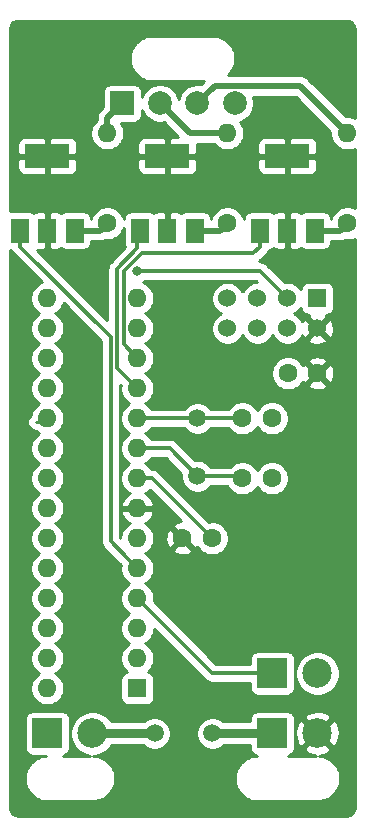
<source format=gbr>
G04 #@! TF.GenerationSoftware,KiCad,Pcbnew,5.1.5-52549c5~84~ubuntu18.04.1*
G04 #@! TF.CreationDate,2020-01-02T13:16:35+00:00*
G04 #@! TF.ProjectId,receiver,72656365-6976-4657-922e-6b696361645f,rev?*
G04 #@! TF.SameCoordinates,Original*
G04 #@! TF.FileFunction,Copper,L1,Top*
G04 #@! TF.FilePolarity,Positive*
%FSLAX46Y46*%
G04 Gerber Fmt 4.6, Leading zero omitted, Abs format (unit mm)*
G04 Created by KiCad (PCBNEW 5.1.5-52549c5~84~ubuntu18.04.1) date 2020-01-02 13:16:35*
%MOMM*%
%LPD*%
G04 APERTURE LIST*
%ADD10R,3.800000X2.000000*%
%ADD11R,1.500000X2.000000*%
%ADD12C,1.600000*%
%ADD13R,1.524000X1.524000*%
%ADD14C,1.524000*%
%ADD15R,1.600000X1.600000*%
%ADD16O,1.600000X1.600000*%
%ADD17R,2.499360X2.499360*%
%ADD18C,2.499360*%
%ADD19C,1.500000*%
%ADD20C,1.998980*%
%ADD21R,1.998980X1.998980*%
%ADD22C,0.800000*%
%ADD23C,0.350000*%
%ADD24C,0.550000*%
%ADD25C,0.750000*%
%ADD26C,0.250000*%
%ADD27C,0.254000*%
G04 APERTURE END LIST*
D10*
X107950000Y-75590000D03*
D11*
X107950000Y-81890000D03*
X110250000Y-81890000D03*
X105650000Y-81890000D03*
X115810000Y-81890000D03*
X120410000Y-81890000D03*
X118110000Y-81890000D03*
D10*
X118110000Y-75590000D03*
X128270000Y-75590000D03*
D11*
X128270000Y-81890000D03*
X130570000Y-81890000D03*
X125970000Y-81890000D03*
D12*
X121880000Y-107950000D03*
X119380000Y-107950000D03*
D13*
X130810000Y-87630000D03*
D14*
X130810000Y-90170000D03*
X128270000Y-87630000D03*
X128270000Y-90170000D03*
X125730000Y-87630000D03*
X125730000Y-90170000D03*
X123190000Y-87630000D03*
X123190000Y-90170000D03*
D15*
X115570000Y-120650000D03*
D16*
X107950000Y-87630000D03*
X115570000Y-118110000D03*
X107950000Y-90170000D03*
X115570000Y-115570000D03*
X107950000Y-92710000D03*
X115570000Y-113030000D03*
X107950000Y-95250000D03*
X115570000Y-110490000D03*
X107950000Y-97790000D03*
X115570000Y-107950000D03*
X107950000Y-100330000D03*
X115570000Y-105410000D03*
X107950000Y-102870000D03*
X115570000Y-102870000D03*
X107950000Y-105410000D03*
X115570000Y-100330000D03*
X107950000Y-107950000D03*
X115570000Y-97790000D03*
X107950000Y-110490000D03*
X115570000Y-95250000D03*
X107950000Y-113030000D03*
X115570000Y-92710000D03*
X107950000Y-115570000D03*
X115570000Y-90170000D03*
X107950000Y-118110000D03*
X115570000Y-87630000D03*
X107950000Y-120650000D03*
D12*
X126960000Y-102870000D03*
X124460000Y-102870000D03*
X124460000Y-97790000D03*
X126960000Y-97790000D03*
X130810000Y-93980000D03*
X128310000Y-93980000D03*
D17*
X107950000Y-124460000D03*
D18*
X111760000Y-124460000D03*
D17*
X127000000Y-124460000D03*
D18*
X130810000Y-124460000D03*
X130810000Y-119380000D03*
D17*
X127000000Y-119380000D03*
D19*
X120650000Y-102690000D03*
X120650000Y-97790000D03*
X121920000Y-124460000D03*
X117020000Y-124460000D03*
D20*
X123825000Y-71120000D03*
X120650000Y-71120000D03*
X117475000Y-71120000D03*
D21*
X114300000Y-71120000D03*
D12*
X113030000Y-81280000D03*
D16*
X113030000Y-73660000D03*
X123190000Y-73660000D03*
D12*
X123190000Y-81280000D03*
X133350000Y-81280000D03*
D16*
X133350000Y-73660000D03*
D22*
X115570000Y-85314992D03*
D23*
X116800000Y-102870000D02*
X121880000Y-107950000D01*
X115570000Y-102870000D02*
X116800000Y-102870000D01*
X116840000Y-105410000D02*
X119380000Y-107950000D01*
X115570000Y-105410000D02*
X116840000Y-105410000D01*
X118290000Y-100330000D02*
X120650000Y-102690000D01*
X115570000Y-100330000D02*
X118290000Y-100330000D01*
X124280000Y-102690000D02*
X124460000Y-102870000D01*
X120650000Y-102690000D02*
X124280000Y-102690000D01*
X115570000Y-97790000D02*
X120650000Y-97790000D01*
X124460000Y-97790000D02*
X120650000Y-97790000D01*
D24*
X113030000Y-72390000D02*
X114300000Y-71120000D01*
X113030000Y-73660000D02*
X113030000Y-72390000D01*
X120015000Y-73660000D02*
X117475000Y-71120000D01*
X123190000Y-73660000D02*
X120015000Y-73660000D01*
X132550001Y-72860001D02*
X133350000Y-73660000D01*
X129335509Y-69645509D02*
X132550001Y-72860001D01*
X122124491Y-69645509D02*
X129335509Y-69645509D01*
X120650000Y-71120000D02*
X122124491Y-69645509D01*
D25*
X121920000Y-124460000D02*
X127000000Y-124460000D01*
X111760000Y-124460000D02*
X117020000Y-124460000D01*
D24*
X112420000Y-81890000D02*
X113030000Y-81280000D01*
X110250000Y-81890000D02*
X112420000Y-81890000D01*
D23*
X114770001Y-109690001D02*
X115570000Y-110490000D01*
X113294979Y-108214979D02*
X114770001Y-109690001D01*
X113294979Y-90884979D02*
X113294979Y-108214979D01*
X105650000Y-83240000D02*
X113294979Y-90884979D01*
X105650000Y-81890000D02*
X105650000Y-83240000D01*
X115570000Y-83390160D02*
X115570000Y-82130000D01*
X113844989Y-85115170D02*
X115570000Y-83390160D01*
X115570000Y-95250000D02*
X113844989Y-93524989D01*
X115570000Y-82130000D02*
X115810000Y-81890000D01*
X113844989Y-93524989D02*
X113844989Y-85115170D01*
D24*
X122580000Y-81890000D02*
X123190000Y-81280000D01*
X120410000Y-81890000D02*
X122580000Y-81890000D01*
X132740000Y-81890000D02*
X133350000Y-81280000D01*
X130570000Y-81890000D02*
X132740000Y-81890000D01*
D23*
X125970000Y-83240000D02*
X125970000Y-81890000D01*
X125390000Y-83820000D02*
X125970000Y-83240000D01*
X115917990Y-83820000D02*
X125390000Y-83820000D01*
X114394999Y-85342991D02*
X115917990Y-83820000D01*
X114394999Y-91534999D02*
X114394999Y-85342991D01*
X115570000Y-92710000D02*
X114394999Y-91534999D01*
D26*
X107805001Y-98095001D02*
X106985001Y-98095001D01*
D23*
X121920000Y-119380000D02*
X115570000Y-113030000D01*
X127000000Y-119380000D02*
X121920000Y-119380000D01*
X115570000Y-85314992D02*
X125505008Y-85314992D01*
X125954992Y-85314992D02*
X125505008Y-85314992D01*
X128270000Y-87630000D02*
X125954992Y-85314992D01*
D27*
G36*
X133467869Y-64174722D02*
G01*
X133581246Y-64208953D01*
X133685819Y-64264555D01*
X133777596Y-64339407D01*
X133853091Y-64430664D01*
X133909419Y-64534844D01*
X133944440Y-64647976D01*
X133960000Y-64796022D01*
X133960000Y-72359438D01*
X133768574Y-72280147D01*
X133491335Y-72225000D01*
X133208665Y-72225000D01*
X133203051Y-72226117D01*
X130010596Y-69033663D01*
X129982090Y-68998928D01*
X129843524Y-68885211D01*
X129685436Y-68800711D01*
X129513900Y-68748676D01*
X129380213Y-68735509D01*
X129380211Y-68735509D01*
X129335509Y-68731106D01*
X129290807Y-68735509D01*
X123214261Y-68735509D01*
X123251621Y-68704160D01*
X123293465Y-68661431D01*
X123335918Y-68619273D01*
X123341742Y-68612132D01*
X123497053Y-68418965D01*
X123529814Y-68368901D01*
X123563260Y-68319315D01*
X123567586Y-68311179D01*
X123682418Y-68091524D01*
X123704802Y-68036120D01*
X123728007Y-67980919D01*
X123730670Y-67972097D01*
X123800652Y-67734321D01*
X123811861Y-67675559D01*
X123823890Y-67616962D01*
X123824789Y-67607791D01*
X123847253Y-67360951D01*
X123846835Y-67301134D01*
X123847253Y-67241318D01*
X123846354Y-67232147D01*
X123820446Y-66985644D01*
X123808412Y-66927017D01*
X123797208Y-66868284D01*
X123794544Y-66859462D01*
X123721249Y-66622686D01*
X123698074Y-66567555D01*
X123675661Y-66512080D01*
X123671334Y-66503944D01*
X123553446Y-66285914D01*
X123520012Y-66236346D01*
X123487240Y-66186265D01*
X123481416Y-66179124D01*
X123323423Y-65988144D01*
X123280988Y-65946005D01*
X123239125Y-65903255D01*
X123232024Y-65897381D01*
X123039946Y-65740727D01*
X122990169Y-65707655D01*
X122940763Y-65673826D01*
X122932657Y-65669444D01*
X122713809Y-65553081D01*
X122658532Y-65530298D01*
X122603525Y-65506721D01*
X122594722Y-65503997D01*
X122357441Y-65432357D01*
X122298754Y-65420736D01*
X122240248Y-65408300D01*
X122231085Y-65407337D01*
X122231083Y-65407337D01*
X121984405Y-65383150D01*
X121984402Y-65383150D01*
X121952419Y-65380000D01*
X116807581Y-65380000D01*
X116774339Y-65383274D01*
X116757863Y-65383274D01*
X116748698Y-65384237D01*
X116502382Y-65411866D01*
X116443865Y-65424305D01*
X116385192Y-65435922D01*
X116376389Y-65438647D01*
X116140131Y-65513592D01*
X116085209Y-65537132D01*
X116029842Y-65559952D01*
X116021736Y-65564336D01*
X115804534Y-65683744D01*
X115755171Y-65717543D01*
X115705352Y-65750643D01*
X115698252Y-65756517D01*
X115508379Y-65915839D01*
X115466516Y-65958588D01*
X115424082Y-66000727D01*
X115418258Y-66007868D01*
X115262947Y-66201035D01*
X115230186Y-66251099D01*
X115196740Y-66300685D01*
X115192418Y-66308814D01*
X115192415Y-66308819D01*
X115192414Y-66308822D01*
X115077582Y-66528476D01*
X115055173Y-66583942D01*
X115031994Y-66639081D01*
X115029330Y-66647903D01*
X114959348Y-66885679D01*
X114948139Y-66944441D01*
X114936110Y-67003038D01*
X114935211Y-67012209D01*
X114912747Y-67259049D01*
X114913165Y-67318866D01*
X114912747Y-67378682D01*
X114913646Y-67387853D01*
X114939554Y-67634357D01*
X114951588Y-67692983D01*
X114962792Y-67751716D01*
X114965456Y-67760538D01*
X115038751Y-67997314D01*
X115061931Y-68052457D01*
X115084339Y-68107920D01*
X115088665Y-68116054D01*
X115088667Y-68116059D01*
X115088670Y-68116064D01*
X115206553Y-68334086D01*
X115239988Y-68383654D01*
X115272759Y-68433735D01*
X115278584Y-68440876D01*
X115436577Y-68631856D01*
X115479012Y-68673995D01*
X115520875Y-68716745D01*
X115527976Y-68722618D01*
X115720053Y-68879273D01*
X115769875Y-68912374D01*
X115819237Y-68946173D01*
X115827343Y-68950556D01*
X116046191Y-69066919D01*
X116101479Y-69089707D01*
X116156475Y-69113279D01*
X116165278Y-69116003D01*
X116402559Y-69187643D01*
X116461246Y-69199264D01*
X116519752Y-69211700D01*
X116528915Y-69212663D01*
X116528917Y-69212663D01*
X116775595Y-69236850D01*
X116775598Y-69236850D01*
X116807581Y-69240000D01*
X121243066Y-69240000D01*
X120966602Y-69516464D01*
X120810983Y-69485510D01*
X120489017Y-69485510D01*
X120173237Y-69548322D01*
X119875778Y-69671533D01*
X119608073Y-69850408D01*
X119380408Y-70078073D01*
X119201533Y-70345778D01*
X119078322Y-70643237D01*
X119062500Y-70722780D01*
X119046678Y-70643237D01*
X118923467Y-70345778D01*
X118744592Y-70078073D01*
X118516927Y-69850408D01*
X118249222Y-69671533D01*
X117951763Y-69548322D01*
X117635983Y-69485510D01*
X117314017Y-69485510D01*
X116998237Y-69548322D01*
X116700778Y-69671533D01*
X116433073Y-69850408D01*
X116205408Y-70078073D01*
X116026533Y-70345778D01*
X115937562Y-70560574D01*
X115937562Y-70120510D01*
X115925302Y-69996028D01*
X115888992Y-69876330D01*
X115830027Y-69766016D01*
X115750675Y-69669325D01*
X115653984Y-69589973D01*
X115543670Y-69531008D01*
X115423972Y-69494698D01*
X115299490Y-69482438D01*
X113300510Y-69482438D01*
X113176028Y-69494698D01*
X113056330Y-69531008D01*
X112946016Y-69589973D01*
X112849325Y-69669325D01*
X112769973Y-69766016D01*
X112711008Y-69876330D01*
X112674698Y-69996028D01*
X112662438Y-70120510D01*
X112662438Y-71470629D01*
X112418149Y-71714918D01*
X112383420Y-71743419D01*
X112341026Y-71795077D01*
X112269702Y-71881985D01*
X112185202Y-72040074D01*
X112133168Y-72211609D01*
X112115597Y-72390000D01*
X112120001Y-72434711D01*
X112120001Y-72542183D01*
X112115241Y-72545363D01*
X111915363Y-72745241D01*
X111758320Y-72980273D01*
X111650147Y-73241426D01*
X111595000Y-73518665D01*
X111595000Y-73801335D01*
X111650147Y-74078574D01*
X111758320Y-74339727D01*
X111915363Y-74574759D01*
X112115241Y-74774637D01*
X112350273Y-74931680D01*
X112611426Y-75039853D01*
X112888665Y-75095000D01*
X113171335Y-75095000D01*
X113448574Y-75039853D01*
X113709727Y-74931680D01*
X113944759Y-74774637D01*
X114129396Y-74590000D01*
X115571928Y-74590000D01*
X115575000Y-75304250D01*
X115733750Y-75463000D01*
X117983000Y-75463000D01*
X117983000Y-74113750D01*
X117824250Y-73955000D01*
X116210000Y-73951928D01*
X116085518Y-73964188D01*
X115965820Y-74000498D01*
X115855506Y-74059463D01*
X115758815Y-74138815D01*
X115679463Y-74235506D01*
X115620498Y-74345820D01*
X115584188Y-74465518D01*
X115571928Y-74590000D01*
X114129396Y-74590000D01*
X114144637Y-74574759D01*
X114301680Y-74339727D01*
X114409853Y-74078574D01*
X114465000Y-73801335D01*
X114465000Y-73518665D01*
X114409853Y-73241426D01*
X114301680Y-72980273D01*
X114152870Y-72757562D01*
X115299490Y-72757562D01*
X115423972Y-72745302D01*
X115543670Y-72708992D01*
X115653984Y-72650027D01*
X115750675Y-72570675D01*
X115830027Y-72473984D01*
X115888992Y-72363670D01*
X115925302Y-72243972D01*
X115937562Y-72119490D01*
X115937562Y-71679426D01*
X116026533Y-71894222D01*
X116205408Y-72161927D01*
X116433073Y-72389592D01*
X116700778Y-72568467D01*
X116998237Y-72691678D01*
X117314017Y-72754490D01*
X117635983Y-72754490D01*
X117791602Y-72723536D01*
X119021875Y-73953808D01*
X118395750Y-73955000D01*
X118237000Y-74113750D01*
X118237000Y-75463000D01*
X120486250Y-75463000D01*
X120645000Y-75304250D01*
X120648072Y-74590000D01*
X120646102Y-74570000D01*
X122072183Y-74570000D01*
X122075363Y-74574759D01*
X122275241Y-74774637D01*
X122510273Y-74931680D01*
X122771426Y-75039853D01*
X123048665Y-75095000D01*
X123331335Y-75095000D01*
X123608574Y-75039853D01*
X123869727Y-74931680D01*
X124104759Y-74774637D01*
X124289396Y-74590000D01*
X125731928Y-74590000D01*
X125735000Y-75304250D01*
X125893750Y-75463000D01*
X128143000Y-75463000D01*
X128143000Y-74113750D01*
X128397000Y-74113750D01*
X128397000Y-75463000D01*
X130646250Y-75463000D01*
X130805000Y-75304250D01*
X130808072Y-74590000D01*
X130795812Y-74465518D01*
X130759502Y-74345820D01*
X130700537Y-74235506D01*
X130621185Y-74138815D01*
X130524494Y-74059463D01*
X130414180Y-74000498D01*
X130294482Y-73964188D01*
X130170000Y-73951928D01*
X128555750Y-73955000D01*
X128397000Y-74113750D01*
X128143000Y-74113750D01*
X127984250Y-73955000D01*
X126370000Y-73951928D01*
X126245518Y-73964188D01*
X126125820Y-74000498D01*
X126015506Y-74059463D01*
X125918815Y-74138815D01*
X125839463Y-74235506D01*
X125780498Y-74345820D01*
X125744188Y-74465518D01*
X125731928Y-74590000D01*
X124289396Y-74590000D01*
X124304637Y-74574759D01*
X124461680Y-74339727D01*
X124569853Y-74078574D01*
X124625000Y-73801335D01*
X124625000Y-73518665D01*
X124569853Y-73241426D01*
X124461680Y-72980273D01*
X124304637Y-72745241D01*
X124259484Y-72700088D01*
X124301763Y-72691678D01*
X124599222Y-72568467D01*
X124866927Y-72389592D01*
X125094592Y-72161927D01*
X125273467Y-71894222D01*
X125396678Y-71596763D01*
X125459490Y-71280983D01*
X125459490Y-70959017D01*
X125396678Y-70643237D01*
X125360340Y-70555509D01*
X128958576Y-70555509D01*
X131916117Y-73513051D01*
X131915000Y-73518665D01*
X131915000Y-73801335D01*
X131970147Y-74078574D01*
X132078320Y-74339727D01*
X132235363Y-74574759D01*
X132435241Y-74774637D01*
X132670273Y-74931680D01*
X132931426Y-75039853D01*
X133208665Y-75095000D01*
X133491335Y-75095000D01*
X133768574Y-75039853D01*
X133960000Y-74960562D01*
X133960000Y-79979438D01*
X133768574Y-79900147D01*
X133491335Y-79845000D01*
X133208665Y-79845000D01*
X132931426Y-79900147D01*
X132670273Y-80008320D01*
X132435241Y-80165363D01*
X132235363Y-80365241D01*
X132078320Y-80600273D01*
X131970147Y-80861426D01*
X131958072Y-80922130D01*
X131958072Y-80890000D01*
X131945812Y-80765518D01*
X131909502Y-80645820D01*
X131850537Y-80535506D01*
X131771185Y-80438815D01*
X131674494Y-80359463D01*
X131564180Y-80300498D01*
X131444482Y-80264188D01*
X131320000Y-80251928D01*
X129820000Y-80251928D01*
X129695518Y-80264188D01*
X129575820Y-80300498D01*
X129465506Y-80359463D01*
X129420000Y-80396809D01*
X129374494Y-80359463D01*
X129264180Y-80300498D01*
X129144482Y-80264188D01*
X129020000Y-80251928D01*
X128555750Y-80255000D01*
X128397000Y-80413750D01*
X128397000Y-81763000D01*
X128417000Y-81763000D01*
X128417000Y-82017000D01*
X128397000Y-82017000D01*
X128397000Y-83366250D01*
X128555750Y-83525000D01*
X129020000Y-83528072D01*
X129144482Y-83515812D01*
X129264180Y-83479502D01*
X129374494Y-83420537D01*
X129420000Y-83383191D01*
X129465506Y-83420537D01*
X129575820Y-83479502D01*
X129695518Y-83515812D01*
X129820000Y-83528072D01*
X131320000Y-83528072D01*
X131444482Y-83515812D01*
X131564180Y-83479502D01*
X131674494Y-83420537D01*
X131771185Y-83341185D01*
X131850537Y-83244494D01*
X131909502Y-83134180D01*
X131945812Y-83014482D01*
X131958072Y-82890000D01*
X131958072Y-82800000D01*
X132695298Y-82800000D01*
X132740000Y-82804403D01*
X132784702Y-82800000D01*
X132784704Y-82800000D01*
X132918391Y-82786833D01*
X133089927Y-82734798D01*
X133149124Y-82703156D01*
X133208665Y-82715000D01*
X133491335Y-82715000D01*
X133768574Y-82659853D01*
X133960000Y-82580562D01*
X133960001Y-130777711D01*
X133945278Y-130927869D01*
X133911047Y-131041246D01*
X133855446Y-131145817D01*
X133780594Y-131237595D01*
X133689335Y-131313091D01*
X133585160Y-131369419D01*
X133472024Y-131404440D01*
X133323979Y-131420000D01*
X105442279Y-131420000D01*
X105292131Y-131405278D01*
X105178754Y-131371047D01*
X105074183Y-131315446D01*
X104982405Y-131240594D01*
X104906909Y-131149335D01*
X104850581Y-131045160D01*
X104815560Y-130932024D01*
X104800000Y-130783979D01*
X104800000Y-128219049D01*
X106022747Y-128219049D01*
X106023165Y-128278866D01*
X106022747Y-128338682D01*
X106023646Y-128347853D01*
X106049554Y-128594357D01*
X106061588Y-128652983D01*
X106072792Y-128711716D01*
X106075456Y-128720538D01*
X106148751Y-128957314D01*
X106171931Y-129012457D01*
X106194339Y-129067920D01*
X106198665Y-129076054D01*
X106198667Y-129076059D01*
X106198670Y-129076064D01*
X106316553Y-129294086D01*
X106349988Y-129343654D01*
X106382759Y-129393735D01*
X106388584Y-129400876D01*
X106546577Y-129591856D01*
X106589012Y-129633995D01*
X106630875Y-129676745D01*
X106637976Y-129682618D01*
X106830053Y-129839273D01*
X106879875Y-129872374D01*
X106929237Y-129906173D01*
X106937343Y-129910556D01*
X107156191Y-130026919D01*
X107211479Y-130049707D01*
X107266475Y-130073279D01*
X107275278Y-130076003D01*
X107512559Y-130147643D01*
X107571246Y-130159264D01*
X107629752Y-130171700D01*
X107638915Y-130172663D01*
X107638917Y-130172663D01*
X107885595Y-130196850D01*
X107885598Y-130196850D01*
X107917581Y-130200000D01*
X111792419Y-130200000D01*
X111825661Y-130196726D01*
X111842137Y-130196726D01*
X111851302Y-130195763D01*
X112097618Y-130168134D01*
X112156098Y-130155703D01*
X112214808Y-130144079D01*
X112223611Y-130141353D01*
X112459869Y-130066408D01*
X112514824Y-130042854D01*
X112570158Y-130020047D01*
X112578264Y-130015664D01*
X112795466Y-129896256D01*
X112844791Y-129862482D01*
X112894648Y-129829357D01*
X112901749Y-129823483D01*
X113091621Y-129664160D01*
X113133465Y-129621431D01*
X113175918Y-129579273D01*
X113181742Y-129572132D01*
X113337053Y-129378965D01*
X113369814Y-129328901D01*
X113403260Y-129279315D01*
X113407586Y-129271179D01*
X113522418Y-129051524D01*
X113544802Y-128996120D01*
X113568007Y-128940919D01*
X113570670Y-128932097D01*
X113640652Y-128694321D01*
X113651861Y-128635559D01*
X113663890Y-128576962D01*
X113664789Y-128567791D01*
X113687253Y-128320951D01*
X113686835Y-128261135D01*
X113687253Y-128201318D01*
X113686354Y-128192147D01*
X113660446Y-127945644D01*
X113648412Y-127887017D01*
X113637208Y-127828284D01*
X113634544Y-127819462D01*
X113561249Y-127582686D01*
X113538074Y-127527555D01*
X113515661Y-127472080D01*
X113511334Y-127463944D01*
X113393446Y-127245914D01*
X113360012Y-127196346D01*
X113327240Y-127146265D01*
X113321416Y-127139124D01*
X113163423Y-126948144D01*
X113120988Y-126906005D01*
X113079125Y-126863255D01*
X113072024Y-126857381D01*
X112879946Y-126700727D01*
X112830169Y-126667655D01*
X112780763Y-126633826D01*
X112772657Y-126629444D01*
X112553809Y-126513081D01*
X112498532Y-126490298D01*
X112443525Y-126466721D01*
X112434722Y-126463997D01*
X112197441Y-126392357D01*
X112138754Y-126380736D01*
X112080248Y-126368300D01*
X112071085Y-126367337D01*
X112071083Y-126367337D01*
X111840009Y-126344680D01*
X111945625Y-126344680D01*
X112309741Y-126272253D01*
X112652731Y-126130182D01*
X112961413Y-125923926D01*
X113223926Y-125661413D01*
X113351825Y-125470000D01*
X116071315Y-125470000D01*
X116137114Y-125535799D01*
X116363957Y-125687371D01*
X116616011Y-125791775D01*
X116883589Y-125845000D01*
X117156411Y-125845000D01*
X117423989Y-125791775D01*
X117676043Y-125687371D01*
X117902886Y-125535799D01*
X118095799Y-125342886D01*
X118247371Y-125116043D01*
X118351775Y-124863989D01*
X118405000Y-124596411D01*
X118405000Y-124323589D01*
X120535000Y-124323589D01*
X120535000Y-124596411D01*
X120588225Y-124863989D01*
X120692629Y-125116043D01*
X120844201Y-125342886D01*
X121037114Y-125535799D01*
X121263957Y-125687371D01*
X121516011Y-125791775D01*
X121783589Y-125845000D01*
X122056411Y-125845000D01*
X122323989Y-125791775D01*
X122576043Y-125687371D01*
X122802886Y-125535799D01*
X122868685Y-125470000D01*
X125112248Y-125470000D01*
X125112248Y-125709680D01*
X125124508Y-125834162D01*
X125160818Y-125953860D01*
X125219783Y-126064174D01*
X125299135Y-126160865D01*
X125395826Y-126240217D01*
X125506140Y-126299182D01*
X125625838Y-126335492D01*
X125684596Y-126341279D01*
X125664339Y-126343274D01*
X125647863Y-126343274D01*
X125638698Y-126344237D01*
X125392382Y-126371866D01*
X125333865Y-126384305D01*
X125275192Y-126395922D01*
X125266389Y-126398647D01*
X125030131Y-126473592D01*
X124975209Y-126497132D01*
X124919842Y-126519952D01*
X124911736Y-126524336D01*
X124694534Y-126643744D01*
X124645171Y-126677543D01*
X124595352Y-126710643D01*
X124588252Y-126716517D01*
X124398379Y-126875839D01*
X124356516Y-126918588D01*
X124314082Y-126960727D01*
X124308258Y-126967868D01*
X124152947Y-127161035D01*
X124120186Y-127211099D01*
X124086740Y-127260685D01*
X124082418Y-127268814D01*
X124082415Y-127268819D01*
X124082414Y-127268822D01*
X123967582Y-127488476D01*
X123945173Y-127543942D01*
X123921994Y-127599081D01*
X123919330Y-127607903D01*
X123849348Y-127845679D01*
X123838139Y-127904441D01*
X123826110Y-127963038D01*
X123825211Y-127972209D01*
X123802747Y-128219049D01*
X123803165Y-128278866D01*
X123802747Y-128338682D01*
X123803646Y-128347853D01*
X123829554Y-128594357D01*
X123841588Y-128652983D01*
X123852792Y-128711716D01*
X123855456Y-128720538D01*
X123928751Y-128957314D01*
X123951931Y-129012457D01*
X123974339Y-129067920D01*
X123978665Y-129076054D01*
X123978667Y-129076059D01*
X123978670Y-129076064D01*
X124096553Y-129294086D01*
X124129988Y-129343654D01*
X124162759Y-129393735D01*
X124168584Y-129400876D01*
X124326577Y-129591856D01*
X124369012Y-129633995D01*
X124410875Y-129676745D01*
X124417976Y-129682618D01*
X124610053Y-129839273D01*
X124659875Y-129872374D01*
X124709237Y-129906173D01*
X124717343Y-129910556D01*
X124936191Y-130026919D01*
X124991479Y-130049707D01*
X125046475Y-130073279D01*
X125055278Y-130076003D01*
X125292559Y-130147643D01*
X125351246Y-130159264D01*
X125409752Y-130171700D01*
X125418915Y-130172663D01*
X125418917Y-130172663D01*
X125665595Y-130196850D01*
X125665598Y-130196850D01*
X125697581Y-130200000D01*
X130842419Y-130200000D01*
X130875661Y-130196726D01*
X130892137Y-130196726D01*
X130901302Y-130195763D01*
X131147618Y-130168134D01*
X131206098Y-130155703D01*
X131264808Y-130144079D01*
X131273611Y-130141353D01*
X131509869Y-130066408D01*
X131564824Y-130042854D01*
X131620158Y-130020047D01*
X131628264Y-130015664D01*
X131845466Y-129896256D01*
X131894791Y-129862482D01*
X131944648Y-129829357D01*
X131951749Y-129823483D01*
X132141621Y-129664160D01*
X132183465Y-129621431D01*
X132225918Y-129579273D01*
X132231742Y-129572132D01*
X132387053Y-129378965D01*
X132419814Y-129328901D01*
X132453260Y-129279315D01*
X132457586Y-129271179D01*
X132572418Y-129051524D01*
X132594802Y-128996120D01*
X132618007Y-128940919D01*
X132620670Y-128932097D01*
X132690652Y-128694321D01*
X132701861Y-128635559D01*
X132713890Y-128576962D01*
X132714789Y-128567791D01*
X132737253Y-128320951D01*
X132736835Y-128261135D01*
X132737253Y-128201318D01*
X132736354Y-128192147D01*
X132710446Y-127945644D01*
X132698412Y-127887017D01*
X132687208Y-127828284D01*
X132684544Y-127819462D01*
X132611249Y-127582686D01*
X132588074Y-127527555D01*
X132565661Y-127472080D01*
X132561334Y-127463944D01*
X132443446Y-127245914D01*
X132410012Y-127196346D01*
X132377240Y-127146265D01*
X132371416Y-127139124D01*
X132213423Y-126948144D01*
X132170988Y-126906005D01*
X132129125Y-126863255D01*
X132122024Y-126857381D01*
X131929946Y-126700727D01*
X131880169Y-126667655D01*
X131830763Y-126633826D01*
X131822657Y-126629444D01*
X131603809Y-126513081D01*
X131548532Y-126490298D01*
X131493525Y-126466721D01*
X131484722Y-126463997D01*
X131247441Y-126392357D01*
X131188754Y-126380736D01*
X131130248Y-126368300D01*
X131121085Y-126367337D01*
X131121083Y-126367337D01*
X130911935Y-126346830D01*
X131231025Y-126306405D01*
X131583151Y-126188789D01*
X131817896Y-126063315D01*
X131943771Y-125773377D01*
X130810000Y-124639605D01*
X129676229Y-125773377D01*
X129802104Y-126063315D01*
X130134262Y-126229139D01*
X130492387Y-126326975D01*
X130677269Y-126340000D01*
X128328390Y-126340000D01*
X128374162Y-126335492D01*
X128493860Y-126299182D01*
X128604174Y-126240217D01*
X128700865Y-126160865D01*
X128780217Y-126064174D01*
X128839182Y-125953860D01*
X128875492Y-125834162D01*
X128887752Y-125709680D01*
X128887752Y-124512719D01*
X128916935Y-124512719D01*
X128963595Y-124881025D01*
X129081211Y-125233151D01*
X129206685Y-125467896D01*
X129496623Y-125593771D01*
X130630395Y-124460000D01*
X130989605Y-124460000D01*
X132123377Y-125593771D01*
X132413315Y-125467896D01*
X132579139Y-125135738D01*
X132676975Y-124777613D01*
X132703065Y-124407281D01*
X132656405Y-124038975D01*
X132538789Y-123686849D01*
X132413315Y-123452104D01*
X132123377Y-123326229D01*
X130989605Y-124460000D01*
X130630395Y-124460000D01*
X129496623Y-123326229D01*
X129206685Y-123452104D01*
X129040861Y-123784262D01*
X128943025Y-124142387D01*
X128916935Y-124512719D01*
X128887752Y-124512719D01*
X128887752Y-123210320D01*
X128881479Y-123146623D01*
X129676229Y-123146623D01*
X130810000Y-124280395D01*
X131943771Y-123146623D01*
X131817896Y-122856685D01*
X131485738Y-122690861D01*
X131127613Y-122593025D01*
X130757281Y-122566935D01*
X130388975Y-122613595D01*
X130036849Y-122731211D01*
X129802104Y-122856685D01*
X129676229Y-123146623D01*
X128881479Y-123146623D01*
X128875492Y-123085838D01*
X128839182Y-122966140D01*
X128780217Y-122855826D01*
X128700865Y-122759135D01*
X128604174Y-122679783D01*
X128493860Y-122620818D01*
X128374162Y-122584508D01*
X128249680Y-122572248D01*
X125750320Y-122572248D01*
X125625838Y-122584508D01*
X125506140Y-122620818D01*
X125395826Y-122679783D01*
X125299135Y-122759135D01*
X125219783Y-122855826D01*
X125160818Y-122966140D01*
X125124508Y-123085838D01*
X125112248Y-123210320D01*
X125112248Y-123450000D01*
X122868685Y-123450000D01*
X122802886Y-123384201D01*
X122576043Y-123232629D01*
X122323989Y-123128225D01*
X122056411Y-123075000D01*
X121783589Y-123075000D01*
X121516011Y-123128225D01*
X121263957Y-123232629D01*
X121037114Y-123384201D01*
X120844201Y-123577114D01*
X120692629Y-123803957D01*
X120588225Y-124056011D01*
X120535000Y-124323589D01*
X118405000Y-124323589D01*
X118351775Y-124056011D01*
X118247371Y-123803957D01*
X118095799Y-123577114D01*
X117902886Y-123384201D01*
X117676043Y-123232629D01*
X117423989Y-123128225D01*
X117156411Y-123075000D01*
X116883589Y-123075000D01*
X116616011Y-123128225D01*
X116363957Y-123232629D01*
X116137114Y-123384201D01*
X116071315Y-123450000D01*
X113351825Y-123450000D01*
X113223926Y-123258587D01*
X112961413Y-122996074D01*
X112652731Y-122789818D01*
X112309741Y-122647747D01*
X111945625Y-122575320D01*
X111574375Y-122575320D01*
X111210259Y-122647747D01*
X110867269Y-122789818D01*
X110558587Y-122996074D01*
X110296074Y-123258587D01*
X110089818Y-123567269D01*
X109947747Y-123910259D01*
X109875320Y-124274375D01*
X109875320Y-124645625D01*
X109947747Y-125009741D01*
X110089818Y-125352731D01*
X110296074Y-125661413D01*
X110558587Y-125923926D01*
X110867269Y-126130182D01*
X111210259Y-126272253D01*
X111550847Y-126340000D01*
X109278390Y-126340000D01*
X109324162Y-126335492D01*
X109443860Y-126299182D01*
X109554174Y-126240217D01*
X109650865Y-126160865D01*
X109730217Y-126064174D01*
X109789182Y-125953860D01*
X109825492Y-125834162D01*
X109837752Y-125709680D01*
X109837752Y-123210320D01*
X109825492Y-123085838D01*
X109789182Y-122966140D01*
X109730217Y-122855826D01*
X109650865Y-122759135D01*
X109554174Y-122679783D01*
X109443860Y-122620818D01*
X109324162Y-122584508D01*
X109199680Y-122572248D01*
X106700320Y-122572248D01*
X106575838Y-122584508D01*
X106456140Y-122620818D01*
X106345826Y-122679783D01*
X106249135Y-122759135D01*
X106169783Y-122855826D01*
X106110818Y-122966140D01*
X106074508Y-123085838D01*
X106062248Y-123210320D01*
X106062248Y-125709680D01*
X106074508Y-125834162D01*
X106110818Y-125953860D01*
X106169783Y-126064174D01*
X106249135Y-126160865D01*
X106345826Y-126240217D01*
X106456140Y-126299182D01*
X106575838Y-126335492D01*
X106700320Y-126347752D01*
X107827361Y-126347752D01*
X107612382Y-126371866D01*
X107553865Y-126384305D01*
X107495192Y-126395922D01*
X107486389Y-126398647D01*
X107250131Y-126473592D01*
X107195209Y-126497132D01*
X107139842Y-126519952D01*
X107131736Y-126524336D01*
X106914534Y-126643744D01*
X106865171Y-126677543D01*
X106815352Y-126710643D01*
X106808252Y-126716517D01*
X106618379Y-126875839D01*
X106576516Y-126918588D01*
X106534082Y-126960727D01*
X106528258Y-126967868D01*
X106372947Y-127161035D01*
X106340186Y-127211099D01*
X106306740Y-127260685D01*
X106302418Y-127268814D01*
X106302415Y-127268819D01*
X106302414Y-127268822D01*
X106187582Y-127488476D01*
X106165173Y-127543942D01*
X106141994Y-127599081D01*
X106139330Y-127607903D01*
X106069348Y-127845679D01*
X106058139Y-127904441D01*
X106046110Y-127963038D01*
X106045211Y-127972209D01*
X106022747Y-128219049D01*
X104800000Y-128219049D01*
X104800000Y-83518223D01*
X104890660Y-83527152D01*
X104898038Y-83551473D01*
X104973251Y-83692189D01*
X105028852Y-83759939D01*
X105074473Y-83815528D01*
X105105383Y-83840895D01*
X107519553Y-86255065D01*
X107270273Y-86358320D01*
X107035241Y-86515363D01*
X106835363Y-86715241D01*
X106678320Y-86950273D01*
X106570147Y-87211426D01*
X106515000Y-87488665D01*
X106515000Y-87771335D01*
X106570147Y-88048574D01*
X106678320Y-88309727D01*
X106835363Y-88544759D01*
X107035241Y-88744637D01*
X107267759Y-88900000D01*
X107035241Y-89055363D01*
X106835363Y-89255241D01*
X106678320Y-89490273D01*
X106570147Y-89751426D01*
X106515000Y-90028665D01*
X106515000Y-90311335D01*
X106570147Y-90588574D01*
X106678320Y-90849727D01*
X106835363Y-91084759D01*
X107035241Y-91284637D01*
X107267759Y-91440000D01*
X107035241Y-91595363D01*
X106835363Y-91795241D01*
X106678320Y-92030273D01*
X106570147Y-92291426D01*
X106515000Y-92568665D01*
X106515000Y-92851335D01*
X106570147Y-93128574D01*
X106678320Y-93389727D01*
X106835363Y-93624759D01*
X107035241Y-93824637D01*
X107267759Y-93980000D01*
X107035241Y-94135363D01*
X106835363Y-94335241D01*
X106678320Y-94570273D01*
X106570147Y-94831426D01*
X106515000Y-95108665D01*
X106515000Y-95391335D01*
X106570147Y-95668574D01*
X106678320Y-95929727D01*
X106835363Y-96164759D01*
X107035241Y-96364637D01*
X107267759Y-96520000D01*
X107035241Y-96675363D01*
X106835363Y-96875241D01*
X106678320Y-97110273D01*
X106570147Y-97371426D01*
X106550923Y-97468071D01*
X106445000Y-97555000D01*
X106350027Y-97670725D01*
X106279455Y-97802754D01*
X106235998Y-97946015D01*
X106221324Y-98095001D01*
X106235998Y-98243987D01*
X106279455Y-98387248D01*
X106350027Y-98519277D01*
X106445000Y-98635002D01*
X106560725Y-98729975D01*
X106692754Y-98800547D01*
X106836015Y-98844004D01*
X106947668Y-98855001D01*
X106985605Y-98855001D01*
X107035241Y-98904637D01*
X107267759Y-99060000D01*
X107035241Y-99215363D01*
X106835363Y-99415241D01*
X106678320Y-99650273D01*
X106570147Y-99911426D01*
X106515000Y-100188665D01*
X106515000Y-100471335D01*
X106570147Y-100748574D01*
X106678320Y-101009727D01*
X106835363Y-101244759D01*
X107035241Y-101444637D01*
X107267759Y-101600000D01*
X107035241Y-101755363D01*
X106835363Y-101955241D01*
X106678320Y-102190273D01*
X106570147Y-102451426D01*
X106515000Y-102728665D01*
X106515000Y-103011335D01*
X106570147Y-103288574D01*
X106678320Y-103549727D01*
X106835363Y-103784759D01*
X107035241Y-103984637D01*
X107267759Y-104140000D01*
X107035241Y-104295363D01*
X106835363Y-104495241D01*
X106678320Y-104730273D01*
X106570147Y-104991426D01*
X106515000Y-105268665D01*
X106515000Y-105551335D01*
X106570147Y-105828574D01*
X106678320Y-106089727D01*
X106835363Y-106324759D01*
X107035241Y-106524637D01*
X107267759Y-106680000D01*
X107035241Y-106835363D01*
X106835363Y-107035241D01*
X106678320Y-107270273D01*
X106570147Y-107531426D01*
X106515000Y-107808665D01*
X106515000Y-108091335D01*
X106570147Y-108368574D01*
X106678320Y-108629727D01*
X106835363Y-108864759D01*
X107035241Y-109064637D01*
X107267759Y-109220000D01*
X107035241Y-109375363D01*
X106835363Y-109575241D01*
X106678320Y-109810273D01*
X106570147Y-110071426D01*
X106515000Y-110348665D01*
X106515000Y-110631335D01*
X106570147Y-110908574D01*
X106678320Y-111169727D01*
X106835363Y-111404759D01*
X107035241Y-111604637D01*
X107267759Y-111760000D01*
X107035241Y-111915363D01*
X106835363Y-112115241D01*
X106678320Y-112350273D01*
X106570147Y-112611426D01*
X106515000Y-112888665D01*
X106515000Y-113171335D01*
X106570147Y-113448574D01*
X106678320Y-113709727D01*
X106835363Y-113944759D01*
X107035241Y-114144637D01*
X107267759Y-114300000D01*
X107035241Y-114455363D01*
X106835363Y-114655241D01*
X106678320Y-114890273D01*
X106570147Y-115151426D01*
X106515000Y-115428665D01*
X106515000Y-115711335D01*
X106570147Y-115988574D01*
X106678320Y-116249727D01*
X106835363Y-116484759D01*
X107035241Y-116684637D01*
X107267759Y-116840000D01*
X107035241Y-116995363D01*
X106835363Y-117195241D01*
X106678320Y-117430273D01*
X106570147Y-117691426D01*
X106515000Y-117968665D01*
X106515000Y-118251335D01*
X106570147Y-118528574D01*
X106678320Y-118789727D01*
X106835363Y-119024759D01*
X107035241Y-119224637D01*
X107267759Y-119380000D01*
X107035241Y-119535363D01*
X106835363Y-119735241D01*
X106678320Y-119970273D01*
X106570147Y-120231426D01*
X106515000Y-120508665D01*
X106515000Y-120791335D01*
X106570147Y-121068574D01*
X106678320Y-121329727D01*
X106835363Y-121564759D01*
X107035241Y-121764637D01*
X107270273Y-121921680D01*
X107531426Y-122029853D01*
X107808665Y-122085000D01*
X108091335Y-122085000D01*
X108368574Y-122029853D01*
X108629727Y-121921680D01*
X108864759Y-121764637D01*
X109064637Y-121564759D01*
X109221680Y-121329727D01*
X109329853Y-121068574D01*
X109385000Y-120791335D01*
X109385000Y-120508665D01*
X109329853Y-120231426D01*
X109221680Y-119970273D01*
X109064637Y-119735241D01*
X108864759Y-119535363D01*
X108632241Y-119380000D01*
X108864759Y-119224637D01*
X109064637Y-119024759D01*
X109221680Y-118789727D01*
X109329853Y-118528574D01*
X109385000Y-118251335D01*
X109385000Y-117968665D01*
X109329853Y-117691426D01*
X109221680Y-117430273D01*
X109064637Y-117195241D01*
X108864759Y-116995363D01*
X108632241Y-116840000D01*
X108864759Y-116684637D01*
X109064637Y-116484759D01*
X109221680Y-116249727D01*
X109329853Y-115988574D01*
X109385000Y-115711335D01*
X109385000Y-115428665D01*
X109329853Y-115151426D01*
X109221680Y-114890273D01*
X109064637Y-114655241D01*
X108864759Y-114455363D01*
X108632241Y-114300000D01*
X108864759Y-114144637D01*
X109064637Y-113944759D01*
X109221680Y-113709727D01*
X109329853Y-113448574D01*
X109385000Y-113171335D01*
X109385000Y-112888665D01*
X109329853Y-112611426D01*
X109221680Y-112350273D01*
X109064637Y-112115241D01*
X108864759Y-111915363D01*
X108632241Y-111760000D01*
X108864759Y-111604637D01*
X109064637Y-111404759D01*
X109221680Y-111169727D01*
X109329853Y-110908574D01*
X109385000Y-110631335D01*
X109385000Y-110348665D01*
X109329853Y-110071426D01*
X109221680Y-109810273D01*
X109064637Y-109575241D01*
X108864759Y-109375363D01*
X108632241Y-109220000D01*
X108864759Y-109064637D01*
X109064637Y-108864759D01*
X109221680Y-108629727D01*
X109329853Y-108368574D01*
X109385000Y-108091335D01*
X109385000Y-107808665D01*
X109329853Y-107531426D01*
X109221680Y-107270273D01*
X109064637Y-107035241D01*
X108864759Y-106835363D01*
X108632241Y-106680000D01*
X108864759Y-106524637D01*
X109064637Y-106324759D01*
X109221680Y-106089727D01*
X109329853Y-105828574D01*
X109385000Y-105551335D01*
X109385000Y-105268665D01*
X109329853Y-104991426D01*
X109221680Y-104730273D01*
X109064637Y-104495241D01*
X108864759Y-104295363D01*
X108632241Y-104140000D01*
X108864759Y-103984637D01*
X109064637Y-103784759D01*
X109221680Y-103549727D01*
X109329853Y-103288574D01*
X109385000Y-103011335D01*
X109385000Y-102728665D01*
X109329853Y-102451426D01*
X109221680Y-102190273D01*
X109064637Y-101955241D01*
X108864759Y-101755363D01*
X108632241Y-101600000D01*
X108864759Y-101444637D01*
X109064637Y-101244759D01*
X109221680Y-101009727D01*
X109329853Y-100748574D01*
X109385000Y-100471335D01*
X109385000Y-100188665D01*
X109329853Y-99911426D01*
X109221680Y-99650273D01*
X109064637Y-99415241D01*
X108864759Y-99215363D01*
X108632241Y-99060000D01*
X108864759Y-98904637D01*
X109064637Y-98704759D01*
X109221680Y-98469727D01*
X109329853Y-98208574D01*
X109385000Y-97931335D01*
X109385000Y-97648665D01*
X109329853Y-97371426D01*
X109221680Y-97110273D01*
X109064637Y-96875241D01*
X108864759Y-96675363D01*
X108632241Y-96520000D01*
X108864759Y-96364637D01*
X109064637Y-96164759D01*
X109221680Y-95929727D01*
X109329853Y-95668574D01*
X109385000Y-95391335D01*
X109385000Y-95108665D01*
X109329853Y-94831426D01*
X109221680Y-94570273D01*
X109064637Y-94335241D01*
X108864759Y-94135363D01*
X108632241Y-93980000D01*
X108864759Y-93824637D01*
X109064637Y-93624759D01*
X109221680Y-93389727D01*
X109329853Y-93128574D01*
X109385000Y-92851335D01*
X109385000Y-92568665D01*
X109329853Y-92291426D01*
X109221680Y-92030273D01*
X109064637Y-91795241D01*
X108864759Y-91595363D01*
X108632241Y-91440000D01*
X108864759Y-91284637D01*
X109064637Y-91084759D01*
X109221680Y-90849727D01*
X109329853Y-90588574D01*
X109385000Y-90311335D01*
X109385000Y-90028665D01*
X109329853Y-89751426D01*
X109221680Y-89490273D01*
X109064637Y-89255241D01*
X108864759Y-89055363D01*
X108632241Y-88900000D01*
X108864759Y-88744637D01*
X109064637Y-88544759D01*
X109221680Y-88309727D01*
X109324935Y-88060447D01*
X112484979Y-91220491D01*
X112484980Y-108175181D01*
X112481060Y-108214979D01*
X112496700Y-108373766D01*
X112543017Y-108526452D01*
X112618230Y-108667168D01*
X112646785Y-108701962D01*
X112719452Y-108790507D01*
X112750362Y-108815874D01*
X114159580Y-110225093D01*
X114135000Y-110348665D01*
X114135000Y-110631335D01*
X114190147Y-110908574D01*
X114298320Y-111169727D01*
X114455363Y-111404759D01*
X114655241Y-111604637D01*
X114887759Y-111760000D01*
X114655241Y-111915363D01*
X114455363Y-112115241D01*
X114298320Y-112350273D01*
X114190147Y-112611426D01*
X114135000Y-112888665D01*
X114135000Y-113171335D01*
X114190147Y-113448574D01*
X114298320Y-113709727D01*
X114455363Y-113944759D01*
X114655241Y-114144637D01*
X114887759Y-114300000D01*
X114655241Y-114455363D01*
X114455363Y-114655241D01*
X114298320Y-114890273D01*
X114190147Y-115151426D01*
X114135000Y-115428665D01*
X114135000Y-115711335D01*
X114190147Y-115988574D01*
X114298320Y-116249727D01*
X114455363Y-116484759D01*
X114655241Y-116684637D01*
X114887759Y-116840000D01*
X114655241Y-116995363D01*
X114455363Y-117195241D01*
X114298320Y-117430273D01*
X114190147Y-117691426D01*
X114135000Y-117968665D01*
X114135000Y-118251335D01*
X114190147Y-118528574D01*
X114298320Y-118789727D01*
X114455363Y-119024759D01*
X114653961Y-119223357D01*
X114645518Y-119224188D01*
X114525820Y-119260498D01*
X114415506Y-119319463D01*
X114318815Y-119398815D01*
X114239463Y-119495506D01*
X114180498Y-119605820D01*
X114144188Y-119725518D01*
X114131928Y-119850000D01*
X114131928Y-121450000D01*
X114144188Y-121574482D01*
X114180498Y-121694180D01*
X114239463Y-121804494D01*
X114318815Y-121901185D01*
X114415506Y-121980537D01*
X114525820Y-122039502D01*
X114645518Y-122075812D01*
X114770000Y-122088072D01*
X116370000Y-122088072D01*
X116494482Y-122075812D01*
X116614180Y-122039502D01*
X116724494Y-121980537D01*
X116821185Y-121901185D01*
X116900537Y-121804494D01*
X116959502Y-121694180D01*
X116995812Y-121574482D01*
X117008072Y-121450000D01*
X117008072Y-119850000D01*
X116995812Y-119725518D01*
X116959502Y-119605820D01*
X116900537Y-119495506D01*
X116821185Y-119398815D01*
X116724494Y-119319463D01*
X116614180Y-119260498D01*
X116494482Y-119224188D01*
X116486039Y-119223357D01*
X116684637Y-119024759D01*
X116841680Y-118789727D01*
X116949853Y-118528574D01*
X117005000Y-118251335D01*
X117005000Y-117968665D01*
X116949853Y-117691426D01*
X116841680Y-117430273D01*
X116684637Y-117195241D01*
X116484759Y-116995363D01*
X116252241Y-116840000D01*
X116484759Y-116684637D01*
X116684637Y-116484759D01*
X116841680Y-116249727D01*
X116949853Y-115988574D01*
X117005000Y-115711335D01*
X117005000Y-115610512D01*
X121319105Y-119924618D01*
X121344472Y-119955528D01*
X121412210Y-120011119D01*
X121467810Y-120056749D01*
X121543024Y-120096951D01*
X121608527Y-120131963D01*
X121761212Y-120178280D01*
X121880209Y-120190000D01*
X121880211Y-120190000D01*
X121919999Y-120193919D01*
X121959787Y-120190000D01*
X125112248Y-120190000D01*
X125112248Y-120629680D01*
X125124508Y-120754162D01*
X125160818Y-120873860D01*
X125219783Y-120984174D01*
X125299135Y-121080865D01*
X125395826Y-121160217D01*
X125506140Y-121219182D01*
X125625838Y-121255492D01*
X125750320Y-121267752D01*
X128249680Y-121267752D01*
X128374162Y-121255492D01*
X128493860Y-121219182D01*
X128604174Y-121160217D01*
X128700865Y-121080865D01*
X128780217Y-120984174D01*
X128839182Y-120873860D01*
X128875492Y-120754162D01*
X128887752Y-120629680D01*
X128887752Y-119194375D01*
X128925320Y-119194375D01*
X128925320Y-119565625D01*
X128997747Y-119929741D01*
X129139818Y-120272731D01*
X129346074Y-120581413D01*
X129608587Y-120843926D01*
X129917269Y-121050182D01*
X130260259Y-121192253D01*
X130624375Y-121264680D01*
X130995625Y-121264680D01*
X131359741Y-121192253D01*
X131702731Y-121050182D01*
X132011413Y-120843926D01*
X132273926Y-120581413D01*
X132480182Y-120272731D01*
X132622253Y-119929741D01*
X132694680Y-119565625D01*
X132694680Y-119194375D01*
X132622253Y-118830259D01*
X132480182Y-118487269D01*
X132273926Y-118178587D01*
X132011413Y-117916074D01*
X131702731Y-117709818D01*
X131359741Y-117567747D01*
X130995625Y-117495320D01*
X130624375Y-117495320D01*
X130260259Y-117567747D01*
X129917269Y-117709818D01*
X129608587Y-117916074D01*
X129346074Y-118178587D01*
X129139818Y-118487269D01*
X128997747Y-118830259D01*
X128925320Y-119194375D01*
X128887752Y-119194375D01*
X128887752Y-118130320D01*
X128875492Y-118005838D01*
X128839182Y-117886140D01*
X128780217Y-117775826D01*
X128700865Y-117679135D01*
X128604174Y-117599783D01*
X128493860Y-117540818D01*
X128374162Y-117504508D01*
X128249680Y-117492248D01*
X125750320Y-117492248D01*
X125625838Y-117504508D01*
X125506140Y-117540818D01*
X125395826Y-117599783D01*
X125299135Y-117679135D01*
X125219783Y-117775826D01*
X125160818Y-117886140D01*
X125124508Y-118005838D01*
X125112248Y-118130320D01*
X125112248Y-118570000D01*
X122255513Y-118570000D01*
X116980420Y-113294907D01*
X117005000Y-113171335D01*
X117005000Y-112888665D01*
X116949853Y-112611426D01*
X116841680Y-112350273D01*
X116684637Y-112115241D01*
X116484759Y-111915363D01*
X116252241Y-111760000D01*
X116484759Y-111604637D01*
X116684637Y-111404759D01*
X116841680Y-111169727D01*
X116949853Y-110908574D01*
X117005000Y-110631335D01*
X117005000Y-110348665D01*
X116949853Y-110071426D01*
X116841680Y-109810273D01*
X116684637Y-109575241D01*
X116484759Y-109375363D01*
X116252241Y-109220000D01*
X116484759Y-109064637D01*
X116606694Y-108942702D01*
X118566903Y-108942702D01*
X118638486Y-109186671D01*
X118893996Y-109307571D01*
X119168184Y-109376300D01*
X119450512Y-109390217D01*
X119730130Y-109348787D01*
X119996292Y-109253603D01*
X120121514Y-109186671D01*
X120193097Y-108942702D01*
X119380000Y-108129605D01*
X118566903Y-108942702D01*
X116606694Y-108942702D01*
X116684637Y-108864759D01*
X116841680Y-108629727D01*
X116949853Y-108368574D01*
X117005000Y-108091335D01*
X117005000Y-108020512D01*
X117939783Y-108020512D01*
X117981213Y-108300130D01*
X118076397Y-108566292D01*
X118143329Y-108691514D01*
X118387298Y-108763097D01*
X119200395Y-107950000D01*
X118387298Y-107136903D01*
X118143329Y-107208486D01*
X118022429Y-107463996D01*
X117953700Y-107738184D01*
X117939783Y-108020512D01*
X117005000Y-108020512D01*
X117005000Y-107808665D01*
X116949853Y-107531426D01*
X116841680Y-107270273D01*
X116684637Y-107035241D01*
X116484759Y-106835363D01*
X116249727Y-106678320D01*
X116239135Y-106673933D01*
X116425131Y-106562385D01*
X116633519Y-106373414D01*
X116801037Y-106147420D01*
X116921246Y-105893087D01*
X116961904Y-105759039D01*
X116839915Y-105537000D01*
X115697000Y-105537000D01*
X115697000Y-105557000D01*
X115443000Y-105557000D01*
X115443000Y-105537000D01*
X114300085Y-105537000D01*
X114178096Y-105759039D01*
X114218754Y-105893087D01*
X114338963Y-106147420D01*
X114506481Y-106373414D01*
X114714869Y-106562385D01*
X114900865Y-106673933D01*
X114890273Y-106678320D01*
X114655241Y-106835363D01*
X114455363Y-107035241D01*
X114298320Y-107270273D01*
X114190147Y-107531426D01*
X114135000Y-107808665D01*
X114135000Y-107909488D01*
X114104979Y-107879467D01*
X114104979Y-94930491D01*
X114159580Y-94985093D01*
X114135000Y-95108665D01*
X114135000Y-95391335D01*
X114190147Y-95668574D01*
X114298320Y-95929727D01*
X114455363Y-96164759D01*
X114655241Y-96364637D01*
X114887759Y-96520000D01*
X114655241Y-96675363D01*
X114455363Y-96875241D01*
X114298320Y-97110273D01*
X114190147Y-97371426D01*
X114135000Y-97648665D01*
X114135000Y-97931335D01*
X114190147Y-98208574D01*
X114298320Y-98469727D01*
X114455363Y-98704759D01*
X114655241Y-98904637D01*
X114887759Y-99060000D01*
X114655241Y-99215363D01*
X114455363Y-99415241D01*
X114298320Y-99650273D01*
X114190147Y-99911426D01*
X114135000Y-100188665D01*
X114135000Y-100471335D01*
X114190147Y-100748574D01*
X114298320Y-101009727D01*
X114455363Y-101244759D01*
X114655241Y-101444637D01*
X114887759Y-101600000D01*
X114655241Y-101755363D01*
X114455363Y-101955241D01*
X114298320Y-102190273D01*
X114190147Y-102451426D01*
X114135000Y-102728665D01*
X114135000Y-103011335D01*
X114190147Y-103288574D01*
X114298320Y-103549727D01*
X114455363Y-103784759D01*
X114655241Y-103984637D01*
X114890273Y-104141680D01*
X114900865Y-104146067D01*
X114714869Y-104257615D01*
X114506481Y-104446586D01*
X114338963Y-104672580D01*
X114218754Y-104926913D01*
X114178096Y-105060961D01*
X114300085Y-105283000D01*
X115443000Y-105283000D01*
X115443000Y-105263000D01*
X115697000Y-105263000D01*
X115697000Y-105283000D01*
X116839915Y-105283000D01*
X116961904Y-105060961D01*
X116921246Y-104926913D01*
X116801037Y-104672580D01*
X116633519Y-104446586D01*
X116425131Y-104257615D01*
X116239135Y-104146067D01*
X116249727Y-104141680D01*
X116484759Y-103984637D01*
X116626942Y-103842454D01*
X119296234Y-106511747D01*
X119029870Y-106551213D01*
X118763708Y-106646397D01*
X118638486Y-106713329D01*
X118566903Y-106957298D01*
X119380000Y-107770395D01*
X119394143Y-107756253D01*
X119573748Y-107935858D01*
X119559605Y-107950000D01*
X120372702Y-108763097D01*
X120616671Y-108691514D01*
X120630324Y-108662659D01*
X120765363Y-108864759D01*
X120965241Y-109064637D01*
X121200273Y-109221680D01*
X121461426Y-109329853D01*
X121738665Y-109385000D01*
X122021335Y-109385000D01*
X122298574Y-109329853D01*
X122559727Y-109221680D01*
X122794759Y-109064637D01*
X122994637Y-108864759D01*
X123151680Y-108629727D01*
X123259853Y-108368574D01*
X123315000Y-108091335D01*
X123315000Y-107808665D01*
X123259853Y-107531426D01*
X123151680Y-107270273D01*
X122994637Y-107035241D01*
X122794759Y-106835363D01*
X122559727Y-106678320D01*
X122298574Y-106570147D01*
X122021335Y-106515000D01*
X121738665Y-106515000D01*
X121615093Y-106539580D01*
X117400900Y-102325388D01*
X117375528Y-102294472D01*
X117252189Y-102193251D01*
X117111473Y-102118037D01*
X116958788Y-102071720D01*
X116839791Y-102060000D01*
X116839788Y-102060000D01*
X116800000Y-102056081D01*
X116760212Y-102060000D01*
X116754635Y-102060000D01*
X116684637Y-101955241D01*
X116484759Y-101755363D01*
X116252241Y-101600000D01*
X116484759Y-101444637D01*
X116684637Y-101244759D01*
X116754635Y-101140000D01*
X117954488Y-101140000D01*
X119282102Y-102467614D01*
X119265000Y-102553589D01*
X119265000Y-102826411D01*
X119318225Y-103093989D01*
X119422629Y-103346043D01*
X119574201Y-103572886D01*
X119767114Y-103765799D01*
X119993957Y-103917371D01*
X120246011Y-104021775D01*
X120513589Y-104075000D01*
X120786411Y-104075000D01*
X121053989Y-104021775D01*
X121306043Y-103917371D01*
X121532886Y-103765799D01*
X121725799Y-103572886D01*
X121774500Y-103500000D01*
X123167722Y-103500000D01*
X123188320Y-103549727D01*
X123345363Y-103784759D01*
X123545241Y-103984637D01*
X123780273Y-104141680D01*
X124041426Y-104249853D01*
X124318665Y-104305000D01*
X124601335Y-104305000D01*
X124878574Y-104249853D01*
X125139727Y-104141680D01*
X125374759Y-103984637D01*
X125574637Y-103784759D01*
X125710000Y-103582173D01*
X125845363Y-103784759D01*
X126045241Y-103984637D01*
X126280273Y-104141680D01*
X126541426Y-104249853D01*
X126818665Y-104305000D01*
X127101335Y-104305000D01*
X127378574Y-104249853D01*
X127639727Y-104141680D01*
X127874759Y-103984637D01*
X128074637Y-103784759D01*
X128231680Y-103549727D01*
X128339853Y-103288574D01*
X128395000Y-103011335D01*
X128395000Y-102728665D01*
X128339853Y-102451426D01*
X128231680Y-102190273D01*
X128074637Y-101955241D01*
X127874759Y-101755363D01*
X127639727Y-101598320D01*
X127378574Y-101490147D01*
X127101335Y-101435000D01*
X126818665Y-101435000D01*
X126541426Y-101490147D01*
X126280273Y-101598320D01*
X126045241Y-101755363D01*
X125845363Y-101955241D01*
X125710000Y-102157827D01*
X125574637Y-101955241D01*
X125374759Y-101755363D01*
X125139727Y-101598320D01*
X124878574Y-101490147D01*
X124601335Y-101435000D01*
X124318665Y-101435000D01*
X124041426Y-101490147D01*
X123780273Y-101598320D01*
X123545241Y-101755363D01*
X123420604Y-101880000D01*
X121774500Y-101880000D01*
X121725799Y-101807114D01*
X121532886Y-101614201D01*
X121306043Y-101462629D01*
X121053989Y-101358225D01*
X120786411Y-101305000D01*
X120513589Y-101305000D01*
X120427614Y-101322102D01*
X118890900Y-99785387D01*
X118865528Y-99754472D01*
X118742189Y-99653251D01*
X118601473Y-99578037D01*
X118448788Y-99531720D01*
X118329791Y-99520000D01*
X118329788Y-99520000D01*
X118290000Y-99516081D01*
X118250212Y-99520000D01*
X116754635Y-99520000D01*
X116684637Y-99415241D01*
X116484759Y-99215363D01*
X116252241Y-99060000D01*
X116484759Y-98904637D01*
X116684637Y-98704759D01*
X116754635Y-98600000D01*
X119525500Y-98600000D01*
X119574201Y-98672886D01*
X119767114Y-98865799D01*
X119993957Y-99017371D01*
X120246011Y-99121775D01*
X120513589Y-99175000D01*
X120786411Y-99175000D01*
X121053989Y-99121775D01*
X121306043Y-99017371D01*
X121532886Y-98865799D01*
X121725799Y-98672886D01*
X121774500Y-98600000D01*
X123275365Y-98600000D01*
X123345363Y-98704759D01*
X123545241Y-98904637D01*
X123780273Y-99061680D01*
X124041426Y-99169853D01*
X124318665Y-99225000D01*
X124601335Y-99225000D01*
X124878574Y-99169853D01*
X125139727Y-99061680D01*
X125374759Y-98904637D01*
X125574637Y-98704759D01*
X125710000Y-98502173D01*
X125845363Y-98704759D01*
X126045241Y-98904637D01*
X126280273Y-99061680D01*
X126541426Y-99169853D01*
X126818665Y-99225000D01*
X127101335Y-99225000D01*
X127378574Y-99169853D01*
X127639727Y-99061680D01*
X127874759Y-98904637D01*
X128074637Y-98704759D01*
X128231680Y-98469727D01*
X128339853Y-98208574D01*
X128395000Y-97931335D01*
X128395000Y-97648665D01*
X128339853Y-97371426D01*
X128231680Y-97110273D01*
X128074637Y-96875241D01*
X127874759Y-96675363D01*
X127639727Y-96518320D01*
X127378574Y-96410147D01*
X127101335Y-96355000D01*
X126818665Y-96355000D01*
X126541426Y-96410147D01*
X126280273Y-96518320D01*
X126045241Y-96675363D01*
X125845363Y-96875241D01*
X125710000Y-97077827D01*
X125574637Y-96875241D01*
X125374759Y-96675363D01*
X125139727Y-96518320D01*
X124878574Y-96410147D01*
X124601335Y-96355000D01*
X124318665Y-96355000D01*
X124041426Y-96410147D01*
X123780273Y-96518320D01*
X123545241Y-96675363D01*
X123345363Y-96875241D01*
X123275365Y-96980000D01*
X121774500Y-96980000D01*
X121725799Y-96907114D01*
X121532886Y-96714201D01*
X121306043Y-96562629D01*
X121053989Y-96458225D01*
X120786411Y-96405000D01*
X120513589Y-96405000D01*
X120246011Y-96458225D01*
X119993957Y-96562629D01*
X119767114Y-96714201D01*
X119574201Y-96907114D01*
X119525500Y-96980000D01*
X116754635Y-96980000D01*
X116684637Y-96875241D01*
X116484759Y-96675363D01*
X116252241Y-96520000D01*
X116484759Y-96364637D01*
X116684637Y-96164759D01*
X116841680Y-95929727D01*
X116949853Y-95668574D01*
X117005000Y-95391335D01*
X117005000Y-95108665D01*
X116949853Y-94831426D01*
X116841680Y-94570273D01*
X116684637Y-94335241D01*
X116484759Y-94135363D01*
X116252241Y-93980000D01*
X116463764Y-93838665D01*
X126875000Y-93838665D01*
X126875000Y-94121335D01*
X126930147Y-94398574D01*
X127038320Y-94659727D01*
X127195363Y-94894759D01*
X127395241Y-95094637D01*
X127630273Y-95251680D01*
X127891426Y-95359853D01*
X128168665Y-95415000D01*
X128451335Y-95415000D01*
X128728574Y-95359853D01*
X128989727Y-95251680D01*
X129224759Y-95094637D01*
X129346694Y-94972702D01*
X129996903Y-94972702D01*
X130068486Y-95216671D01*
X130323996Y-95337571D01*
X130598184Y-95406300D01*
X130880512Y-95420217D01*
X131160130Y-95378787D01*
X131426292Y-95283603D01*
X131551514Y-95216671D01*
X131623097Y-94972702D01*
X130810000Y-94159605D01*
X129996903Y-94972702D01*
X129346694Y-94972702D01*
X129424637Y-94894759D01*
X129558692Y-94694131D01*
X129573329Y-94721514D01*
X129817298Y-94793097D01*
X130630395Y-93980000D01*
X130989605Y-93980000D01*
X131802702Y-94793097D01*
X132046671Y-94721514D01*
X132167571Y-94466004D01*
X132236300Y-94191816D01*
X132250217Y-93909488D01*
X132208787Y-93629870D01*
X132113603Y-93363708D01*
X132046671Y-93238486D01*
X131802702Y-93166903D01*
X130989605Y-93980000D01*
X130630395Y-93980000D01*
X129817298Y-93166903D01*
X129573329Y-93238486D01*
X129559676Y-93267341D01*
X129424637Y-93065241D01*
X129346694Y-92987298D01*
X129996903Y-92987298D01*
X130810000Y-93800395D01*
X131623097Y-92987298D01*
X131551514Y-92743329D01*
X131296004Y-92622429D01*
X131021816Y-92553700D01*
X130739488Y-92539783D01*
X130459870Y-92581213D01*
X130193708Y-92676397D01*
X130068486Y-92743329D01*
X129996903Y-92987298D01*
X129346694Y-92987298D01*
X129224759Y-92865363D01*
X128989727Y-92708320D01*
X128728574Y-92600147D01*
X128451335Y-92545000D01*
X128168665Y-92545000D01*
X127891426Y-92600147D01*
X127630273Y-92708320D01*
X127395241Y-92865363D01*
X127195363Y-93065241D01*
X127038320Y-93300273D01*
X126930147Y-93561426D01*
X126875000Y-93838665D01*
X116463764Y-93838665D01*
X116484759Y-93824637D01*
X116684637Y-93624759D01*
X116841680Y-93389727D01*
X116949853Y-93128574D01*
X117005000Y-92851335D01*
X117005000Y-92568665D01*
X116949853Y-92291426D01*
X116841680Y-92030273D01*
X116684637Y-91795241D01*
X116484759Y-91595363D01*
X116252241Y-91440000D01*
X116484759Y-91284637D01*
X116684637Y-91084759D01*
X116841680Y-90849727D01*
X116949853Y-90588574D01*
X117005000Y-90311335D01*
X117005000Y-90028665D01*
X116949853Y-89751426D01*
X116841680Y-89490273D01*
X116684637Y-89255241D01*
X116484759Y-89055363D01*
X116252241Y-88900000D01*
X116484759Y-88744637D01*
X116684637Y-88544759D01*
X116841680Y-88309727D01*
X116949853Y-88048574D01*
X117005000Y-87771335D01*
X117005000Y-87488665D01*
X116949853Y-87211426D01*
X116841680Y-86950273D01*
X116684637Y-86715241D01*
X116484759Y-86515363D01*
X116249727Y-86358320D01*
X116002748Y-86256018D01*
X116060256Y-86232197D01*
X116220700Y-86124992D01*
X125619480Y-86124992D01*
X125727488Y-86233000D01*
X125592408Y-86233000D01*
X125322510Y-86286686D01*
X125068273Y-86391995D01*
X124839465Y-86544880D01*
X124644880Y-86739465D01*
X124491995Y-86968273D01*
X124460000Y-87045515D01*
X124428005Y-86968273D01*
X124275120Y-86739465D01*
X124080535Y-86544880D01*
X123851727Y-86391995D01*
X123597490Y-86286686D01*
X123327592Y-86233000D01*
X123052408Y-86233000D01*
X122782510Y-86286686D01*
X122528273Y-86391995D01*
X122299465Y-86544880D01*
X122104880Y-86739465D01*
X121951995Y-86968273D01*
X121846686Y-87222510D01*
X121793000Y-87492408D01*
X121793000Y-87767592D01*
X121846686Y-88037490D01*
X121951995Y-88291727D01*
X122104880Y-88520535D01*
X122299465Y-88715120D01*
X122528273Y-88868005D01*
X122605515Y-88900000D01*
X122528273Y-88931995D01*
X122299465Y-89084880D01*
X122104880Y-89279465D01*
X121951995Y-89508273D01*
X121846686Y-89762510D01*
X121793000Y-90032408D01*
X121793000Y-90307592D01*
X121846686Y-90577490D01*
X121951995Y-90831727D01*
X122104880Y-91060535D01*
X122299465Y-91255120D01*
X122528273Y-91408005D01*
X122782510Y-91513314D01*
X123052408Y-91567000D01*
X123327592Y-91567000D01*
X123597490Y-91513314D01*
X123851727Y-91408005D01*
X124080535Y-91255120D01*
X124275120Y-91060535D01*
X124428005Y-90831727D01*
X124460000Y-90754485D01*
X124491995Y-90831727D01*
X124644880Y-91060535D01*
X124839465Y-91255120D01*
X125068273Y-91408005D01*
X125322510Y-91513314D01*
X125592408Y-91567000D01*
X125867592Y-91567000D01*
X126137490Y-91513314D01*
X126391727Y-91408005D01*
X126620535Y-91255120D01*
X126815120Y-91060535D01*
X126968005Y-90831727D01*
X127000000Y-90754485D01*
X127031995Y-90831727D01*
X127184880Y-91060535D01*
X127379465Y-91255120D01*
X127608273Y-91408005D01*
X127862510Y-91513314D01*
X128132408Y-91567000D01*
X128407592Y-91567000D01*
X128677490Y-91513314D01*
X128931727Y-91408005D01*
X129160535Y-91255120D01*
X129280090Y-91135565D01*
X130024040Y-91135565D01*
X130091020Y-91375656D01*
X130340048Y-91492756D01*
X130607135Y-91559023D01*
X130882017Y-91571910D01*
X131154133Y-91530922D01*
X131413023Y-91437636D01*
X131528980Y-91375656D01*
X131595960Y-91135565D01*
X130810000Y-90349605D01*
X130024040Y-91135565D01*
X129280090Y-91135565D01*
X129355120Y-91060535D01*
X129508005Y-90831727D01*
X129537692Y-90760057D01*
X129542364Y-90773023D01*
X129604344Y-90888980D01*
X129844435Y-90955960D01*
X130630395Y-90170000D01*
X130989605Y-90170000D01*
X131775565Y-90955960D01*
X132015656Y-90888980D01*
X132132756Y-90639952D01*
X132199023Y-90372865D01*
X132211910Y-90097983D01*
X132170922Y-89825867D01*
X132077636Y-89566977D01*
X132015656Y-89451020D01*
X131775565Y-89384040D01*
X130989605Y-90170000D01*
X130630395Y-90170000D01*
X129844435Y-89384040D01*
X129604344Y-89451020D01*
X129540515Y-89586760D01*
X129508005Y-89508273D01*
X129355120Y-89279465D01*
X129160535Y-89084880D01*
X128931727Y-88931995D01*
X128854485Y-88900000D01*
X128931727Y-88868005D01*
X129160535Y-88715120D01*
X129355120Y-88520535D01*
X129413920Y-88432535D01*
X129422188Y-88516482D01*
X129458498Y-88636180D01*
X129517463Y-88746494D01*
X129596815Y-88843185D01*
X129693506Y-88922537D01*
X129803820Y-88981502D01*
X129923518Y-89017812D01*
X130048000Y-89030072D01*
X130072683Y-89030072D01*
X130024040Y-89204435D01*
X130810000Y-89990395D01*
X131595960Y-89204435D01*
X131547317Y-89030072D01*
X131572000Y-89030072D01*
X131696482Y-89017812D01*
X131816180Y-88981502D01*
X131926494Y-88922537D01*
X132023185Y-88843185D01*
X132102537Y-88746494D01*
X132161502Y-88636180D01*
X132197812Y-88516482D01*
X132210072Y-88392000D01*
X132210072Y-86868000D01*
X132197812Y-86743518D01*
X132161502Y-86623820D01*
X132102537Y-86513506D01*
X132023185Y-86416815D01*
X131926494Y-86337463D01*
X131816180Y-86278498D01*
X131696482Y-86242188D01*
X131572000Y-86229928D01*
X130048000Y-86229928D01*
X129923518Y-86242188D01*
X129803820Y-86278498D01*
X129693506Y-86337463D01*
X129596815Y-86416815D01*
X129517463Y-86513506D01*
X129458498Y-86623820D01*
X129422188Y-86743518D01*
X129413920Y-86827465D01*
X129355120Y-86739465D01*
X129160535Y-86544880D01*
X128931727Y-86391995D01*
X128677490Y-86286686D01*
X128407592Y-86233000D01*
X128132408Y-86233000D01*
X128037409Y-86251896D01*
X126555891Y-84770379D01*
X126530520Y-84739464D01*
X126407181Y-84638243D01*
X126266465Y-84563029D01*
X126113780Y-84516712D01*
X125994783Y-84504992D01*
X125994780Y-84504992D01*
X125954992Y-84501073D01*
X125915204Y-84504992D01*
X125826767Y-84504992D01*
X125842189Y-84496749D01*
X125965528Y-84395528D01*
X125990899Y-84364613D01*
X126514619Y-83840894D01*
X126545528Y-83815528D01*
X126638999Y-83701633D01*
X126646749Y-83692190D01*
X126721962Y-83551474D01*
X126721963Y-83551473D01*
X126729341Y-83527152D01*
X126844482Y-83515812D01*
X126964180Y-83479502D01*
X127074494Y-83420537D01*
X127120000Y-83383191D01*
X127165506Y-83420537D01*
X127275820Y-83479502D01*
X127395518Y-83515812D01*
X127520000Y-83528072D01*
X127984250Y-83525000D01*
X128143000Y-83366250D01*
X128143000Y-82017000D01*
X128123000Y-82017000D01*
X128123000Y-81763000D01*
X128143000Y-81763000D01*
X128143000Y-80413750D01*
X127984250Y-80255000D01*
X127520000Y-80251928D01*
X127395518Y-80264188D01*
X127275820Y-80300498D01*
X127165506Y-80359463D01*
X127120000Y-80396809D01*
X127074494Y-80359463D01*
X126964180Y-80300498D01*
X126844482Y-80264188D01*
X126720000Y-80251928D01*
X125220000Y-80251928D01*
X125095518Y-80264188D01*
X124975820Y-80300498D01*
X124865506Y-80359463D01*
X124768815Y-80438815D01*
X124689463Y-80535506D01*
X124630498Y-80645820D01*
X124594188Y-80765518D01*
X124581928Y-80890000D01*
X124581928Y-80922130D01*
X124569853Y-80861426D01*
X124461680Y-80600273D01*
X124304637Y-80365241D01*
X124104759Y-80165363D01*
X123869727Y-80008320D01*
X123608574Y-79900147D01*
X123331335Y-79845000D01*
X123048665Y-79845000D01*
X122771426Y-79900147D01*
X122510273Y-80008320D01*
X122275241Y-80165363D01*
X122075363Y-80365241D01*
X121918320Y-80600273D01*
X121810147Y-80861426D01*
X121798072Y-80922130D01*
X121798072Y-80890000D01*
X121785812Y-80765518D01*
X121749502Y-80645820D01*
X121690537Y-80535506D01*
X121611185Y-80438815D01*
X121514494Y-80359463D01*
X121404180Y-80300498D01*
X121284482Y-80264188D01*
X121160000Y-80251928D01*
X119660000Y-80251928D01*
X119535518Y-80264188D01*
X119415820Y-80300498D01*
X119305506Y-80359463D01*
X119260000Y-80396809D01*
X119214494Y-80359463D01*
X119104180Y-80300498D01*
X118984482Y-80264188D01*
X118860000Y-80251928D01*
X118395750Y-80255000D01*
X118237000Y-80413750D01*
X118237000Y-81763000D01*
X118257000Y-81763000D01*
X118257000Y-82017000D01*
X118237000Y-82017000D01*
X118237000Y-82037000D01*
X117983000Y-82037000D01*
X117983000Y-82017000D01*
X117963000Y-82017000D01*
X117963000Y-81763000D01*
X117983000Y-81763000D01*
X117983000Y-80413750D01*
X117824250Y-80255000D01*
X117360000Y-80251928D01*
X117235518Y-80264188D01*
X117115820Y-80300498D01*
X117005506Y-80359463D01*
X116960000Y-80396809D01*
X116914494Y-80359463D01*
X116804180Y-80300498D01*
X116684482Y-80264188D01*
X116560000Y-80251928D01*
X115060000Y-80251928D01*
X114935518Y-80264188D01*
X114815820Y-80300498D01*
X114705506Y-80359463D01*
X114608815Y-80438815D01*
X114529463Y-80535506D01*
X114470498Y-80645820D01*
X114434188Y-80765518D01*
X114421928Y-80890000D01*
X114421928Y-80922130D01*
X114409853Y-80861426D01*
X114301680Y-80600273D01*
X114144637Y-80365241D01*
X113944759Y-80165363D01*
X113709727Y-80008320D01*
X113448574Y-79900147D01*
X113171335Y-79845000D01*
X112888665Y-79845000D01*
X112611426Y-79900147D01*
X112350273Y-80008320D01*
X112115241Y-80165363D01*
X111915363Y-80365241D01*
X111758320Y-80600273D01*
X111650147Y-80861426D01*
X111638072Y-80922130D01*
X111638072Y-80890000D01*
X111625812Y-80765518D01*
X111589502Y-80645820D01*
X111530537Y-80535506D01*
X111451185Y-80438815D01*
X111354494Y-80359463D01*
X111244180Y-80300498D01*
X111124482Y-80264188D01*
X111000000Y-80251928D01*
X109500000Y-80251928D01*
X109375518Y-80264188D01*
X109255820Y-80300498D01*
X109145506Y-80359463D01*
X109100000Y-80396809D01*
X109054494Y-80359463D01*
X108944180Y-80300498D01*
X108824482Y-80264188D01*
X108700000Y-80251928D01*
X108235750Y-80255000D01*
X108077000Y-80413750D01*
X108077000Y-81763000D01*
X108097000Y-81763000D01*
X108097000Y-82017000D01*
X108077000Y-82017000D01*
X108077000Y-83366250D01*
X108235750Y-83525000D01*
X108700000Y-83528072D01*
X108824482Y-83515812D01*
X108944180Y-83479502D01*
X109054494Y-83420537D01*
X109100000Y-83383191D01*
X109145506Y-83420537D01*
X109255820Y-83479502D01*
X109375518Y-83515812D01*
X109500000Y-83528072D01*
X111000000Y-83528072D01*
X111124482Y-83515812D01*
X111244180Y-83479502D01*
X111354494Y-83420537D01*
X111451185Y-83341185D01*
X111530537Y-83244494D01*
X111589502Y-83134180D01*
X111625812Y-83014482D01*
X111638072Y-82890000D01*
X111638072Y-82800000D01*
X112375298Y-82800000D01*
X112420000Y-82804403D01*
X112464702Y-82800000D01*
X112464704Y-82800000D01*
X112598391Y-82786833D01*
X112769927Y-82734798D01*
X112829124Y-82703156D01*
X112888665Y-82715000D01*
X113171335Y-82715000D01*
X113448574Y-82659853D01*
X113709727Y-82551680D01*
X113944759Y-82394637D01*
X114144637Y-82194759D01*
X114301680Y-81959727D01*
X114409853Y-81698574D01*
X114421928Y-81637870D01*
X114421928Y-82890000D01*
X114434188Y-83014482D01*
X114470498Y-83134180D01*
X114529463Y-83244494D01*
X114547804Y-83266843D01*
X113300372Y-84514275D01*
X113269462Y-84539642D01*
X113244097Y-84570550D01*
X113168240Y-84662981D01*
X113093027Y-84803697D01*
X113046710Y-84956382D01*
X113031070Y-85115170D01*
X113034990Y-85154968D01*
X113034989Y-89479477D01*
X107069498Y-83513986D01*
X107075518Y-83515812D01*
X107200000Y-83528072D01*
X107664250Y-83525000D01*
X107823000Y-83366250D01*
X107823000Y-82017000D01*
X107803000Y-82017000D01*
X107803000Y-81763000D01*
X107823000Y-81763000D01*
X107823000Y-80413750D01*
X107664250Y-80255000D01*
X107200000Y-80251928D01*
X107075518Y-80264188D01*
X106955820Y-80300498D01*
X106845506Y-80359463D01*
X106800000Y-80396809D01*
X106754494Y-80359463D01*
X106644180Y-80300498D01*
X106524482Y-80264188D01*
X106400000Y-80251928D01*
X104900000Y-80251928D01*
X104800000Y-80261777D01*
X104800000Y-76590000D01*
X105411928Y-76590000D01*
X105424188Y-76714482D01*
X105460498Y-76834180D01*
X105519463Y-76944494D01*
X105598815Y-77041185D01*
X105695506Y-77120537D01*
X105805820Y-77179502D01*
X105925518Y-77215812D01*
X106050000Y-77228072D01*
X107664250Y-77225000D01*
X107823000Y-77066250D01*
X107823000Y-75717000D01*
X108077000Y-75717000D01*
X108077000Y-77066250D01*
X108235750Y-77225000D01*
X109850000Y-77228072D01*
X109974482Y-77215812D01*
X110094180Y-77179502D01*
X110204494Y-77120537D01*
X110301185Y-77041185D01*
X110380537Y-76944494D01*
X110439502Y-76834180D01*
X110475812Y-76714482D01*
X110488072Y-76590000D01*
X115571928Y-76590000D01*
X115584188Y-76714482D01*
X115620498Y-76834180D01*
X115679463Y-76944494D01*
X115758815Y-77041185D01*
X115855506Y-77120537D01*
X115965820Y-77179502D01*
X116085518Y-77215812D01*
X116210000Y-77228072D01*
X117824250Y-77225000D01*
X117983000Y-77066250D01*
X117983000Y-75717000D01*
X118237000Y-75717000D01*
X118237000Y-77066250D01*
X118395750Y-77225000D01*
X120010000Y-77228072D01*
X120134482Y-77215812D01*
X120254180Y-77179502D01*
X120364494Y-77120537D01*
X120461185Y-77041185D01*
X120540537Y-76944494D01*
X120599502Y-76834180D01*
X120635812Y-76714482D01*
X120648072Y-76590000D01*
X125731928Y-76590000D01*
X125744188Y-76714482D01*
X125780498Y-76834180D01*
X125839463Y-76944494D01*
X125918815Y-77041185D01*
X126015506Y-77120537D01*
X126125820Y-77179502D01*
X126245518Y-77215812D01*
X126370000Y-77228072D01*
X127984250Y-77225000D01*
X128143000Y-77066250D01*
X128143000Y-75717000D01*
X128397000Y-75717000D01*
X128397000Y-77066250D01*
X128555750Y-77225000D01*
X130170000Y-77228072D01*
X130294482Y-77215812D01*
X130414180Y-77179502D01*
X130524494Y-77120537D01*
X130621185Y-77041185D01*
X130700537Y-76944494D01*
X130759502Y-76834180D01*
X130795812Y-76714482D01*
X130808072Y-76590000D01*
X130805000Y-75875750D01*
X130646250Y-75717000D01*
X128397000Y-75717000D01*
X128143000Y-75717000D01*
X125893750Y-75717000D01*
X125735000Y-75875750D01*
X125731928Y-76590000D01*
X120648072Y-76590000D01*
X120645000Y-75875750D01*
X120486250Y-75717000D01*
X118237000Y-75717000D01*
X117983000Y-75717000D01*
X115733750Y-75717000D01*
X115575000Y-75875750D01*
X115571928Y-76590000D01*
X110488072Y-76590000D01*
X110485000Y-75875750D01*
X110326250Y-75717000D01*
X108077000Y-75717000D01*
X107823000Y-75717000D01*
X105573750Y-75717000D01*
X105415000Y-75875750D01*
X105411928Y-76590000D01*
X104800000Y-76590000D01*
X104800000Y-74590000D01*
X105411928Y-74590000D01*
X105415000Y-75304250D01*
X105573750Y-75463000D01*
X107823000Y-75463000D01*
X107823000Y-74113750D01*
X108077000Y-74113750D01*
X108077000Y-75463000D01*
X110326250Y-75463000D01*
X110485000Y-75304250D01*
X110488072Y-74590000D01*
X110475812Y-74465518D01*
X110439502Y-74345820D01*
X110380537Y-74235506D01*
X110301185Y-74138815D01*
X110204494Y-74059463D01*
X110094180Y-74000498D01*
X109974482Y-73964188D01*
X109850000Y-73951928D01*
X108235750Y-73955000D01*
X108077000Y-74113750D01*
X107823000Y-74113750D01*
X107664250Y-73955000D01*
X106050000Y-73951928D01*
X105925518Y-73964188D01*
X105805820Y-74000498D01*
X105695506Y-74059463D01*
X105598815Y-74138815D01*
X105519463Y-74235506D01*
X105460498Y-74345820D01*
X105424188Y-74465518D01*
X105411928Y-74590000D01*
X104800000Y-74590000D01*
X104800000Y-64802279D01*
X104814722Y-64652131D01*
X104848953Y-64538754D01*
X104904555Y-64434181D01*
X104979407Y-64342404D01*
X105070664Y-64266909D01*
X105174844Y-64210581D01*
X105287976Y-64175560D01*
X105436022Y-64160000D01*
X133317721Y-64160000D01*
X133467869Y-64174722D01*
G37*
X133467869Y-64174722D02*
X133581246Y-64208953D01*
X133685819Y-64264555D01*
X133777596Y-64339407D01*
X133853091Y-64430664D01*
X133909419Y-64534844D01*
X133944440Y-64647976D01*
X133960000Y-64796022D01*
X133960000Y-72359438D01*
X133768574Y-72280147D01*
X133491335Y-72225000D01*
X133208665Y-72225000D01*
X133203051Y-72226117D01*
X130010596Y-69033663D01*
X129982090Y-68998928D01*
X129843524Y-68885211D01*
X129685436Y-68800711D01*
X129513900Y-68748676D01*
X129380213Y-68735509D01*
X129380211Y-68735509D01*
X129335509Y-68731106D01*
X129290807Y-68735509D01*
X123214261Y-68735509D01*
X123251621Y-68704160D01*
X123293465Y-68661431D01*
X123335918Y-68619273D01*
X123341742Y-68612132D01*
X123497053Y-68418965D01*
X123529814Y-68368901D01*
X123563260Y-68319315D01*
X123567586Y-68311179D01*
X123682418Y-68091524D01*
X123704802Y-68036120D01*
X123728007Y-67980919D01*
X123730670Y-67972097D01*
X123800652Y-67734321D01*
X123811861Y-67675559D01*
X123823890Y-67616962D01*
X123824789Y-67607791D01*
X123847253Y-67360951D01*
X123846835Y-67301134D01*
X123847253Y-67241318D01*
X123846354Y-67232147D01*
X123820446Y-66985644D01*
X123808412Y-66927017D01*
X123797208Y-66868284D01*
X123794544Y-66859462D01*
X123721249Y-66622686D01*
X123698074Y-66567555D01*
X123675661Y-66512080D01*
X123671334Y-66503944D01*
X123553446Y-66285914D01*
X123520012Y-66236346D01*
X123487240Y-66186265D01*
X123481416Y-66179124D01*
X123323423Y-65988144D01*
X123280988Y-65946005D01*
X123239125Y-65903255D01*
X123232024Y-65897381D01*
X123039946Y-65740727D01*
X122990169Y-65707655D01*
X122940763Y-65673826D01*
X122932657Y-65669444D01*
X122713809Y-65553081D01*
X122658532Y-65530298D01*
X122603525Y-65506721D01*
X122594722Y-65503997D01*
X122357441Y-65432357D01*
X122298754Y-65420736D01*
X122240248Y-65408300D01*
X122231085Y-65407337D01*
X122231083Y-65407337D01*
X121984405Y-65383150D01*
X121984402Y-65383150D01*
X121952419Y-65380000D01*
X116807581Y-65380000D01*
X116774339Y-65383274D01*
X116757863Y-65383274D01*
X116748698Y-65384237D01*
X116502382Y-65411866D01*
X116443865Y-65424305D01*
X116385192Y-65435922D01*
X116376389Y-65438647D01*
X116140131Y-65513592D01*
X116085209Y-65537132D01*
X116029842Y-65559952D01*
X116021736Y-65564336D01*
X115804534Y-65683744D01*
X115755171Y-65717543D01*
X115705352Y-65750643D01*
X115698252Y-65756517D01*
X115508379Y-65915839D01*
X115466516Y-65958588D01*
X115424082Y-66000727D01*
X115418258Y-66007868D01*
X115262947Y-66201035D01*
X115230186Y-66251099D01*
X115196740Y-66300685D01*
X115192418Y-66308814D01*
X115192415Y-66308819D01*
X115192414Y-66308822D01*
X115077582Y-66528476D01*
X115055173Y-66583942D01*
X115031994Y-66639081D01*
X115029330Y-66647903D01*
X114959348Y-66885679D01*
X114948139Y-66944441D01*
X114936110Y-67003038D01*
X114935211Y-67012209D01*
X114912747Y-67259049D01*
X114913165Y-67318866D01*
X114912747Y-67378682D01*
X114913646Y-67387853D01*
X114939554Y-67634357D01*
X114951588Y-67692983D01*
X114962792Y-67751716D01*
X114965456Y-67760538D01*
X115038751Y-67997314D01*
X115061931Y-68052457D01*
X115084339Y-68107920D01*
X115088665Y-68116054D01*
X115088667Y-68116059D01*
X115088670Y-68116064D01*
X115206553Y-68334086D01*
X115239988Y-68383654D01*
X115272759Y-68433735D01*
X115278584Y-68440876D01*
X115436577Y-68631856D01*
X115479012Y-68673995D01*
X115520875Y-68716745D01*
X115527976Y-68722618D01*
X115720053Y-68879273D01*
X115769875Y-68912374D01*
X115819237Y-68946173D01*
X115827343Y-68950556D01*
X116046191Y-69066919D01*
X116101479Y-69089707D01*
X116156475Y-69113279D01*
X116165278Y-69116003D01*
X116402559Y-69187643D01*
X116461246Y-69199264D01*
X116519752Y-69211700D01*
X116528915Y-69212663D01*
X116528917Y-69212663D01*
X116775595Y-69236850D01*
X116775598Y-69236850D01*
X116807581Y-69240000D01*
X121243066Y-69240000D01*
X120966602Y-69516464D01*
X120810983Y-69485510D01*
X120489017Y-69485510D01*
X120173237Y-69548322D01*
X119875778Y-69671533D01*
X119608073Y-69850408D01*
X119380408Y-70078073D01*
X119201533Y-70345778D01*
X119078322Y-70643237D01*
X119062500Y-70722780D01*
X119046678Y-70643237D01*
X118923467Y-70345778D01*
X118744592Y-70078073D01*
X118516927Y-69850408D01*
X118249222Y-69671533D01*
X117951763Y-69548322D01*
X117635983Y-69485510D01*
X117314017Y-69485510D01*
X116998237Y-69548322D01*
X116700778Y-69671533D01*
X116433073Y-69850408D01*
X116205408Y-70078073D01*
X116026533Y-70345778D01*
X115937562Y-70560574D01*
X115937562Y-70120510D01*
X115925302Y-69996028D01*
X115888992Y-69876330D01*
X115830027Y-69766016D01*
X115750675Y-69669325D01*
X115653984Y-69589973D01*
X115543670Y-69531008D01*
X115423972Y-69494698D01*
X115299490Y-69482438D01*
X113300510Y-69482438D01*
X113176028Y-69494698D01*
X113056330Y-69531008D01*
X112946016Y-69589973D01*
X112849325Y-69669325D01*
X112769973Y-69766016D01*
X112711008Y-69876330D01*
X112674698Y-69996028D01*
X112662438Y-70120510D01*
X112662438Y-71470629D01*
X112418149Y-71714918D01*
X112383420Y-71743419D01*
X112341026Y-71795077D01*
X112269702Y-71881985D01*
X112185202Y-72040074D01*
X112133168Y-72211609D01*
X112115597Y-72390000D01*
X112120001Y-72434711D01*
X112120001Y-72542183D01*
X112115241Y-72545363D01*
X111915363Y-72745241D01*
X111758320Y-72980273D01*
X111650147Y-73241426D01*
X111595000Y-73518665D01*
X111595000Y-73801335D01*
X111650147Y-74078574D01*
X111758320Y-74339727D01*
X111915363Y-74574759D01*
X112115241Y-74774637D01*
X112350273Y-74931680D01*
X112611426Y-75039853D01*
X112888665Y-75095000D01*
X113171335Y-75095000D01*
X113448574Y-75039853D01*
X113709727Y-74931680D01*
X113944759Y-74774637D01*
X114129396Y-74590000D01*
X115571928Y-74590000D01*
X115575000Y-75304250D01*
X115733750Y-75463000D01*
X117983000Y-75463000D01*
X117983000Y-74113750D01*
X117824250Y-73955000D01*
X116210000Y-73951928D01*
X116085518Y-73964188D01*
X115965820Y-74000498D01*
X115855506Y-74059463D01*
X115758815Y-74138815D01*
X115679463Y-74235506D01*
X115620498Y-74345820D01*
X115584188Y-74465518D01*
X115571928Y-74590000D01*
X114129396Y-74590000D01*
X114144637Y-74574759D01*
X114301680Y-74339727D01*
X114409853Y-74078574D01*
X114465000Y-73801335D01*
X114465000Y-73518665D01*
X114409853Y-73241426D01*
X114301680Y-72980273D01*
X114152870Y-72757562D01*
X115299490Y-72757562D01*
X115423972Y-72745302D01*
X115543670Y-72708992D01*
X115653984Y-72650027D01*
X115750675Y-72570675D01*
X115830027Y-72473984D01*
X115888992Y-72363670D01*
X115925302Y-72243972D01*
X115937562Y-72119490D01*
X115937562Y-71679426D01*
X116026533Y-71894222D01*
X116205408Y-72161927D01*
X116433073Y-72389592D01*
X116700778Y-72568467D01*
X116998237Y-72691678D01*
X117314017Y-72754490D01*
X117635983Y-72754490D01*
X117791602Y-72723536D01*
X119021875Y-73953808D01*
X118395750Y-73955000D01*
X118237000Y-74113750D01*
X118237000Y-75463000D01*
X120486250Y-75463000D01*
X120645000Y-75304250D01*
X120648072Y-74590000D01*
X120646102Y-74570000D01*
X122072183Y-74570000D01*
X122075363Y-74574759D01*
X122275241Y-74774637D01*
X122510273Y-74931680D01*
X122771426Y-75039853D01*
X123048665Y-75095000D01*
X123331335Y-75095000D01*
X123608574Y-75039853D01*
X123869727Y-74931680D01*
X124104759Y-74774637D01*
X124289396Y-74590000D01*
X125731928Y-74590000D01*
X125735000Y-75304250D01*
X125893750Y-75463000D01*
X128143000Y-75463000D01*
X128143000Y-74113750D01*
X128397000Y-74113750D01*
X128397000Y-75463000D01*
X130646250Y-75463000D01*
X130805000Y-75304250D01*
X130808072Y-74590000D01*
X130795812Y-74465518D01*
X130759502Y-74345820D01*
X130700537Y-74235506D01*
X130621185Y-74138815D01*
X130524494Y-74059463D01*
X130414180Y-74000498D01*
X130294482Y-73964188D01*
X130170000Y-73951928D01*
X128555750Y-73955000D01*
X128397000Y-74113750D01*
X128143000Y-74113750D01*
X127984250Y-73955000D01*
X126370000Y-73951928D01*
X126245518Y-73964188D01*
X126125820Y-74000498D01*
X126015506Y-74059463D01*
X125918815Y-74138815D01*
X125839463Y-74235506D01*
X125780498Y-74345820D01*
X125744188Y-74465518D01*
X125731928Y-74590000D01*
X124289396Y-74590000D01*
X124304637Y-74574759D01*
X124461680Y-74339727D01*
X124569853Y-74078574D01*
X124625000Y-73801335D01*
X124625000Y-73518665D01*
X124569853Y-73241426D01*
X124461680Y-72980273D01*
X124304637Y-72745241D01*
X124259484Y-72700088D01*
X124301763Y-72691678D01*
X124599222Y-72568467D01*
X124866927Y-72389592D01*
X125094592Y-72161927D01*
X125273467Y-71894222D01*
X125396678Y-71596763D01*
X125459490Y-71280983D01*
X125459490Y-70959017D01*
X125396678Y-70643237D01*
X125360340Y-70555509D01*
X128958576Y-70555509D01*
X131916117Y-73513051D01*
X131915000Y-73518665D01*
X131915000Y-73801335D01*
X131970147Y-74078574D01*
X132078320Y-74339727D01*
X132235363Y-74574759D01*
X132435241Y-74774637D01*
X132670273Y-74931680D01*
X132931426Y-75039853D01*
X133208665Y-75095000D01*
X133491335Y-75095000D01*
X133768574Y-75039853D01*
X133960000Y-74960562D01*
X133960000Y-79979438D01*
X133768574Y-79900147D01*
X133491335Y-79845000D01*
X133208665Y-79845000D01*
X132931426Y-79900147D01*
X132670273Y-80008320D01*
X132435241Y-80165363D01*
X132235363Y-80365241D01*
X132078320Y-80600273D01*
X131970147Y-80861426D01*
X131958072Y-80922130D01*
X131958072Y-80890000D01*
X131945812Y-80765518D01*
X131909502Y-80645820D01*
X131850537Y-80535506D01*
X131771185Y-80438815D01*
X131674494Y-80359463D01*
X131564180Y-80300498D01*
X131444482Y-80264188D01*
X131320000Y-80251928D01*
X129820000Y-80251928D01*
X129695518Y-80264188D01*
X129575820Y-80300498D01*
X129465506Y-80359463D01*
X129420000Y-80396809D01*
X129374494Y-80359463D01*
X129264180Y-80300498D01*
X129144482Y-80264188D01*
X129020000Y-80251928D01*
X128555750Y-80255000D01*
X128397000Y-80413750D01*
X128397000Y-81763000D01*
X128417000Y-81763000D01*
X128417000Y-82017000D01*
X128397000Y-82017000D01*
X128397000Y-83366250D01*
X128555750Y-83525000D01*
X129020000Y-83528072D01*
X129144482Y-83515812D01*
X129264180Y-83479502D01*
X129374494Y-83420537D01*
X129420000Y-83383191D01*
X129465506Y-83420537D01*
X129575820Y-83479502D01*
X129695518Y-83515812D01*
X129820000Y-83528072D01*
X131320000Y-83528072D01*
X131444482Y-83515812D01*
X131564180Y-83479502D01*
X131674494Y-83420537D01*
X131771185Y-83341185D01*
X131850537Y-83244494D01*
X131909502Y-83134180D01*
X131945812Y-83014482D01*
X131958072Y-82890000D01*
X131958072Y-82800000D01*
X132695298Y-82800000D01*
X132740000Y-82804403D01*
X132784702Y-82800000D01*
X132784704Y-82800000D01*
X132918391Y-82786833D01*
X133089927Y-82734798D01*
X133149124Y-82703156D01*
X133208665Y-82715000D01*
X133491335Y-82715000D01*
X133768574Y-82659853D01*
X133960000Y-82580562D01*
X133960001Y-130777711D01*
X133945278Y-130927869D01*
X133911047Y-131041246D01*
X133855446Y-131145817D01*
X133780594Y-131237595D01*
X133689335Y-131313091D01*
X133585160Y-131369419D01*
X133472024Y-131404440D01*
X133323979Y-131420000D01*
X105442279Y-131420000D01*
X105292131Y-131405278D01*
X105178754Y-131371047D01*
X105074183Y-131315446D01*
X104982405Y-131240594D01*
X104906909Y-131149335D01*
X104850581Y-131045160D01*
X104815560Y-130932024D01*
X104800000Y-130783979D01*
X104800000Y-128219049D01*
X106022747Y-128219049D01*
X106023165Y-128278866D01*
X106022747Y-128338682D01*
X106023646Y-128347853D01*
X106049554Y-128594357D01*
X106061588Y-128652983D01*
X106072792Y-128711716D01*
X106075456Y-128720538D01*
X106148751Y-128957314D01*
X106171931Y-129012457D01*
X106194339Y-129067920D01*
X106198665Y-129076054D01*
X106198667Y-129076059D01*
X106198670Y-129076064D01*
X106316553Y-129294086D01*
X106349988Y-129343654D01*
X106382759Y-129393735D01*
X106388584Y-129400876D01*
X106546577Y-129591856D01*
X106589012Y-129633995D01*
X106630875Y-129676745D01*
X106637976Y-129682618D01*
X106830053Y-129839273D01*
X106879875Y-129872374D01*
X106929237Y-129906173D01*
X106937343Y-129910556D01*
X107156191Y-130026919D01*
X107211479Y-130049707D01*
X107266475Y-130073279D01*
X107275278Y-130076003D01*
X107512559Y-130147643D01*
X107571246Y-130159264D01*
X107629752Y-130171700D01*
X107638915Y-130172663D01*
X107638917Y-130172663D01*
X107885595Y-130196850D01*
X107885598Y-130196850D01*
X107917581Y-130200000D01*
X111792419Y-130200000D01*
X111825661Y-130196726D01*
X111842137Y-130196726D01*
X111851302Y-130195763D01*
X112097618Y-130168134D01*
X112156098Y-130155703D01*
X112214808Y-130144079D01*
X112223611Y-130141353D01*
X112459869Y-130066408D01*
X112514824Y-130042854D01*
X112570158Y-130020047D01*
X112578264Y-130015664D01*
X112795466Y-129896256D01*
X112844791Y-129862482D01*
X112894648Y-129829357D01*
X112901749Y-129823483D01*
X113091621Y-129664160D01*
X113133465Y-129621431D01*
X113175918Y-129579273D01*
X113181742Y-129572132D01*
X113337053Y-129378965D01*
X113369814Y-129328901D01*
X113403260Y-129279315D01*
X113407586Y-129271179D01*
X113522418Y-129051524D01*
X113544802Y-128996120D01*
X113568007Y-128940919D01*
X113570670Y-128932097D01*
X113640652Y-128694321D01*
X113651861Y-128635559D01*
X113663890Y-128576962D01*
X113664789Y-128567791D01*
X113687253Y-128320951D01*
X113686835Y-128261135D01*
X113687253Y-128201318D01*
X113686354Y-128192147D01*
X113660446Y-127945644D01*
X113648412Y-127887017D01*
X113637208Y-127828284D01*
X113634544Y-127819462D01*
X113561249Y-127582686D01*
X113538074Y-127527555D01*
X113515661Y-127472080D01*
X113511334Y-127463944D01*
X113393446Y-127245914D01*
X113360012Y-127196346D01*
X113327240Y-127146265D01*
X113321416Y-127139124D01*
X113163423Y-126948144D01*
X113120988Y-126906005D01*
X113079125Y-126863255D01*
X113072024Y-126857381D01*
X112879946Y-126700727D01*
X112830169Y-126667655D01*
X112780763Y-126633826D01*
X112772657Y-126629444D01*
X112553809Y-126513081D01*
X112498532Y-126490298D01*
X112443525Y-126466721D01*
X112434722Y-126463997D01*
X112197441Y-126392357D01*
X112138754Y-126380736D01*
X112080248Y-126368300D01*
X112071085Y-126367337D01*
X112071083Y-126367337D01*
X111840009Y-126344680D01*
X111945625Y-126344680D01*
X112309741Y-126272253D01*
X112652731Y-126130182D01*
X112961413Y-125923926D01*
X113223926Y-125661413D01*
X113351825Y-125470000D01*
X116071315Y-125470000D01*
X116137114Y-125535799D01*
X116363957Y-125687371D01*
X116616011Y-125791775D01*
X116883589Y-125845000D01*
X117156411Y-125845000D01*
X117423989Y-125791775D01*
X117676043Y-125687371D01*
X117902886Y-125535799D01*
X118095799Y-125342886D01*
X118247371Y-125116043D01*
X118351775Y-124863989D01*
X118405000Y-124596411D01*
X118405000Y-124323589D01*
X120535000Y-124323589D01*
X120535000Y-124596411D01*
X120588225Y-124863989D01*
X120692629Y-125116043D01*
X120844201Y-125342886D01*
X121037114Y-125535799D01*
X121263957Y-125687371D01*
X121516011Y-125791775D01*
X121783589Y-125845000D01*
X122056411Y-125845000D01*
X122323989Y-125791775D01*
X122576043Y-125687371D01*
X122802886Y-125535799D01*
X122868685Y-125470000D01*
X125112248Y-125470000D01*
X125112248Y-125709680D01*
X125124508Y-125834162D01*
X125160818Y-125953860D01*
X125219783Y-126064174D01*
X125299135Y-126160865D01*
X125395826Y-126240217D01*
X125506140Y-126299182D01*
X125625838Y-126335492D01*
X125684596Y-126341279D01*
X125664339Y-126343274D01*
X125647863Y-126343274D01*
X125638698Y-126344237D01*
X125392382Y-126371866D01*
X125333865Y-126384305D01*
X125275192Y-126395922D01*
X125266389Y-126398647D01*
X125030131Y-126473592D01*
X124975209Y-126497132D01*
X124919842Y-126519952D01*
X124911736Y-126524336D01*
X124694534Y-126643744D01*
X124645171Y-126677543D01*
X124595352Y-126710643D01*
X124588252Y-126716517D01*
X124398379Y-126875839D01*
X124356516Y-126918588D01*
X124314082Y-126960727D01*
X124308258Y-126967868D01*
X124152947Y-127161035D01*
X124120186Y-127211099D01*
X124086740Y-127260685D01*
X124082418Y-127268814D01*
X124082415Y-127268819D01*
X124082414Y-127268822D01*
X123967582Y-127488476D01*
X123945173Y-127543942D01*
X123921994Y-127599081D01*
X123919330Y-127607903D01*
X123849348Y-127845679D01*
X123838139Y-127904441D01*
X123826110Y-127963038D01*
X123825211Y-127972209D01*
X123802747Y-128219049D01*
X123803165Y-128278866D01*
X123802747Y-128338682D01*
X123803646Y-128347853D01*
X123829554Y-128594357D01*
X123841588Y-128652983D01*
X123852792Y-128711716D01*
X123855456Y-128720538D01*
X123928751Y-128957314D01*
X123951931Y-129012457D01*
X123974339Y-129067920D01*
X123978665Y-129076054D01*
X123978667Y-129076059D01*
X123978670Y-129076064D01*
X124096553Y-129294086D01*
X124129988Y-129343654D01*
X124162759Y-129393735D01*
X124168584Y-129400876D01*
X124326577Y-129591856D01*
X124369012Y-129633995D01*
X124410875Y-129676745D01*
X124417976Y-129682618D01*
X124610053Y-129839273D01*
X124659875Y-129872374D01*
X124709237Y-129906173D01*
X124717343Y-129910556D01*
X124936191Y-130026919D01*
X124991479Y-130049707D01*
X125046475Y-130073279D01*
X125055278Y-130076003D01*
X125292559Y-130147643D01*
X125351246Y-130159264D01*
X125409752Y-130171700D01*
X125418915Y-130172663D01*
X125418917Y-130172663D01*
X125665595Y-130196850D01*
X125665598Y-130196850D01*
X125697581Y-130200000D01*
X130842419Y-130200000D01*
X130875661Y-130196726D01*
X130892137Y-130196726D01*
X130901302Y-130195763D01*
X131147618Y-130168134D01*
X131206098Y-130155703D01*
X131264808Y-130144079D01*
X131273611Y-130141353D01*
X131509869Y-130066408D01*
X131564824Y-130042854D01*
X131620158Y-130020047D01*
X131628264Y-130015664D01*
X131845466Y-129896256D01*
X131894791Y-129862482D01*
X131944648Y-129829357D01*
X131951749Y-129823483D01*
X132141621Y-129664160D01*
X132183465Y-129621431D01*
X132225918Y-129579273D01*
X132231742Y-129572132D01*
X132387053Y-129378965D01*
X132419814Y-129328901D01*
X132453260Y-129279315D01*
X132457586Y-129271179D01*
X132572418Y-129051524D01*
X132594802Y-128996120D01*
X132618007Y-128940919D01*
X132620670Y-128932097D01*
X132690652Y-128694321D01*
X132701861Y-128635559D01*
X132713890Y-128576962D01*
X132714789Y-128567791D01*
X132737253Y-128320951D01*
X132736835Y-128261135D01*
X132737253Y-128201318D01*
X132736354Y-128192147D01*
X132710446Y-127945644D01*
X132698412Y-127887017D01*
X132687208Y-127828284D01*
X132684544Y-127819462D01*
X132611249Y-127582686D01*
X132588074Y-127527555D01*
X132565661Y-127472080D01*
X132561334Y-127463944D01*
X132443446Y-127245914D01*
X132410012Y-127196346D01*
X132377240Y-127146265D01*
X132371416Y-127139124D01*
X132213423Y-126948144D01*
X132170988Y-126906005D01*
X132129125Y-126863255D01*
X132122024Y-126857381D01*
X131929946Y-126700727D01*
X131880169Y-126667655D01*
X131830763Y-126633826D01*
X131822657Y-126629444D01*
X131603809Y-126513081D01*
X131548532Y-126490298D01*
X131493525Y-126466721D01*
X131484722Y-126463997D01*
X131247441Y-126392357D01*
X131188754Y-126380736D01*
X131130248Y-126368300D01*
X131121085Y-126367337D01*
X131121083Y-126367337D01*
X130911935Y-126346830D01*
X131231025Y-126306405D01*
X131583151Y-126188789D01*
X131817896Y-126063315D01*
X131943771Y-125773377D01*
X130810000Y-124639605D01*
X129676229Y-125773377D01*
X129802104Y-126063315D01*
X130134262Y-126229139D01*
X130492387Y-126326975D01*
X130677269Y-126340000D01*
X128328390Y-126340000D01*
X128374162Y-126335492D01*
X128493860Y-126299182D01*
X128604174Y-126240217D01*
X128700865Y-126160865D01*
X128780217Y-126064174D01*
X128839182Y-125953860D01*
X128875492Y-125834162D01*
X128887752Y-125709680D01*
X128887752Y-124512719D01*
X128916935Y-124512719D01*
X128963595Y-124881025D01*
X129081211Y-125233151D01*
X129206685Y-125467896D01*
X129496623Y-125593771D01*
X130630395Y-124460000D01*
X130989605Y-124460000D01*
X132123377Y-125593771D01*
X132413315Y-125467896D01*
X132579139Y-125135738D01*
X132676975Y-124777613D01*
X132703065Y-124407281D01*
X132656405Y-124038975D01*
X132538789Y-123686849D01*
X132413315Y-123452104D01*
X132123377Y-123326229D01*
X130989605Y-124460000D01*
X130630395Y-124460000D01*
X129496623Y-123326229D01*
X129206685Y-123452104D01*
X129040861Y-123784262D01*
X128943025Y-124142387D01*
X128916935Y-124512719D01*
X128887752Y-124512719D01*
X128887752Y-123210320D01*
X128881479Y-123146623D01*
X129676229Y-123146623D01*
X130810000Y-124280395D01*
X131943771Y-123146623D01*
X131817896Y-122856685D01*
X131485738Y-122690861D01*
X131127613Y-122593025D01*
X130757281Y-122566935D01*
X130388975Y-122613595D01*
X130036849Y-122731211D01*
X129802104Y-122856685D01*
X129676229Y-123146623D01*
X128881479Y-123146623D01*
X128875492Y-123085838D01*
X128839182Y-122966140D01*
X128780217Y-122855826D01*
X128700865Y-122759135D01*
X128604174Y-122679783D01*
X128493860Y-122620818D01*
X128374162Y-122584508D01*
X128249680Y-122572248D01*
X125750320Y-122572248D01*
X125625838Y-122584508D01*
X125506140Y-122620818D01*
X125395826Y-122679783D01*
X125299135Y-122759135D01*
X125219783Y-122855826D01*
X125160818Y-122966140D01*
X125124508Y-123085838D01*
X125112248Y-123210320D01*
X125112248Y-123450000D01*
X122868685Y-123450000D01*
X122802886Y-123384201D01*
X122576043Y-123232629D01*
X122323989Y-123128225D01*
X122056411Y-123075000D01*
X121783589Y-123075000D01*
X121516011Y-123128225D01*
X121263957Y-123232629D01*
X121037114Y-123384201D01*
X120844201Y-123577114D01*
X120692629Y-123803957D01*
X120588225Y-124056011D01*
X120535000Y-124323589D01*
X118405000Y-124323589D01*
X118351775Y-124056011D01*
X118247371Y-123803957D01*
X118095799Y-123577114D01*
X117902886Y-123384201D01*
X117676043Y-123232629D01*
X117423989Y-123128225D01*
X117156411Y-123075000D01*
X116883589Y-123075000D01*
X116616011Y-123128225D01*
X116363957Y-123232629D01*
X116137114Y-123384201D01*
X116071315Y-123450000D01*
X113351825Y-123450000D01*
X113223926Y-123258587D01*
X112961413Y-122996074D01*
X112652731Y-122789818D01*
X112309741Y-122647747D01*
X111945625Y-122575320D01*
X111574375Y-122575320D01*
X111210259Y-122647747D01*
X110867269Y-122789818D01*
X110558587Y-122996074D01*
X110296074Y-123258587D01*
X110089818Y-123567269D01*
X109947747Y-123910259D01*
X109875320Y-124274375D01*
X109875320Y-124645625D01*
X109947747Y-125009741D01*
X110089818Y-125352731D01*
X110296074Y-125661413D01*
X110558587Y-125923926D01*
X110867269Y-126130182D01*
X111210259Y-126272253D01*
X111550847Y-126340000D01*
X109278390Y-126340000D01*
X109324162Y-126335492D01*
X109443860Y-126299182D01*
X109554174Y-126240217D01*
X109650865Y-126160865D01*
X109730217Y-126064174D01*
X109789182Y-125953860D01*
X109825492Y-125834162D01*
X109837752Y-125709680D01*
X109837752Y-123210320D01*
X109825492Y-123085838D01*
X109789182Y-122966140D01*
X109730217Y-122855826D01*
X109650865Y-122759135D01*
X109554174Y-122679783D01*
X109443860Y-122620818D01*
X109324162Y-122584508D01*
X109199680Y-122572248D01*
X106700320Y-122572248D01*
X106575838Y-122584508D01*
X106456140Y-122620818D01*
X106345826Y-122679783D01*
X106249135Y-122759135D01*
X106169783Y-122855826D01*
X106110818Y-122966140D01*
X106074508Y-123085838D01*
X106062248Y-123210320D01*
X106062248Y-125709680D01*
X106074508Y-125834162D01*
X106110818Y-125953860D01*
X106169783Y-126064174D01*
X106249135Y-126160865D01*
X106345826Y-126240217D01*
X106456140Y-126299182D01*
X106575838Y-126335492D01*
X106700320Y-126347752D01*
X107827361Y-126347752D01*
X107612382Y-126371866D01*
X107553865Y-126384305D01*
X107495192Y-126395922D01*
X107486389Y-126398647D01*
X107250131Y-126473592D01*
X107195209Y-126497132D01*
X107139842Y-126519952D01*
X107131736Y-126524336D01*
X106914534Y-126643744D01*
X106865171Y-126677543D01*
X106815352Y-126710643D01*
X106808252Y-126716517D01*
X106618379Y-126875839D01*
X106576516Y-126918588D01*
X106534082Y-126960727D01*
X106528258Y-126967868D01*
X106372947Y-127161035D01*
X106340186Y-127211099D01*
X106306740Y-127260685D01*
X106302418Y-127268814D01*
X106302415Y-127268819D01*
X106302414Y-127268822D01*
X106187582Y-127488476D01*
X106165173Y-127543942D01*
X106141994Y-127599081D01*
X106139330Y-127607903D01*
X106069348Y-127845679D01*
X106058139Y-127904441D01*
X106046110Y-127963038D01*
X106045211Y-127972209D01*
X106022747Y-128219049D01*
X104800000Y-128219049D01*
X104800000Y-83518223D01*
X104890660Y-83527152D01*
X104898038Y-83551473D01*
X104973251Y-83692189D01*
X105028852Y-83759939D01*
X105074473Y-83815528D01*
X105105383Y-83840895D01*
X107519553Y-86255065D01*
X107270273Y-86358320D01*
X107035241Y-86515363D01*
X106835363Y-86715241D01*
X106678320Y-86950273D01*
X106570147Y-87211426D01*
X106515000Y-87488665D01*
X106515000Y-87771335D01*
X106570147Y-88048574D01*
X106678320Y-88309727D01*
X106835363Y-88544759D01*
X107035241Y-88744637D01*
X107267759Y-88900000D01*
X107035241Y-89055363D01*
X106835363Y-89255241D01*
X106678320Y-89490273D01*
X106570147Y-89751426D01*
X106515000Y-90028665D01*
X106515000Y-90311335D01*
X106570147Y-90588574D01*
X106678320Y-90849727D01*
X106835363Y-91084759D01*
X107035241Y-91284637D01*
X107267759Y-91440000D01*
X107035241Y-91595363D01*
X106835363Y-91795241D01*
X106678320Y-92030273D01*
X106570147Y-92291426D01*
X106515000Y-92568665D01*
X106515000Y-92851335D01*
X106570147Y-93128574D01*
X106678320Y-93389727D01*
X106835363Y-93624759D01*
X107035241Y-93824637D01*
X107267759Y-93980000D01*
X107035241Y-94135363D01*
X106835363Y-94335241D01*
X106678320Y-94570273D01*
X106570147Y-94831426D01*
X106515000Y-95108665D01*
X106515000Y-95391335D01*
X106570147Y-95668574D01*
X106678320Y-95929727D01*
X106835363Y-96164759D01*
X107035241Y-96364637D01*
X107267759Y-96520000D01*
X107035241Y-96675363D01*
X106835363Y-96875241D01*
X106678320Y-97110273D01*
X106570147Y-97371426D01*
X106550923Y-97468071D01*
X106445000Y-97555000D01*
X106350027Y-97670725D01*
X106279455Y-97802754D01*
X106235998Y-97946015D01*
X106221324Y-98095001D01*
X106235998Y-98243987D01*
X106279455Y-98387248D01*
X106350027Y-98519277D01*
X106445000Y-98635002D01*
X106560725Y-98729975D01*
X106692754Y-98800547D01*
X106836015Y-98844004D01*
X106947668Y-98855001D01*
X106985605Y-98855001D01*
X107035241Y-98904637D01*
X107267759Y-99060000D01*
X107035241Y-99215363D01*
X106835363Y-99415241D01*
X106678320Y-99650273D01*
X106570147Y-99911426D01*
X106515000Y-100188665D01*
X106515000Y-100471335D01*
X106570147Y-100748574D01*
X106678320Y-101009727D01*
X106835363Y-101244759D01*
X107035241Y-101444637D01*
X107267759Y-101600000D01*
X107035241Y-101755363D01*
X106835363Y-101955241D01*
X106678320Y-102190273D01*
X106570147Y-102451426D01*
X106515000Y-102728665D01*
X106515000Y-103011335D01*
X106570147Y-103288574D01*
X106678320Y-103549727D01*
X106835363Y-103784759D01*
X107035241Y-103984637D01*
X107267759Y-104140000D01*
X107035241Y-104295363D01*
X106835363Y-104495241D01*
X106678320Y-104730273D01*
X106570147Y-104991426D01*
X106515000Y-105268665D01*
X106515000Y-105551335D01*
X106570147Y-105828574D01*
X106678320Y-106089727D01*
X106835363Y-106324759D01*
X107035241Y-106524637D01*
X107267759Y-106680000D01*
X107035241Y-106835363D01*
X106835363Y-107035241D01*
X106678320Y-107270273D01*
X106570147Y-107531426D01*
X106515000Y-107808665D01*
X106515000Y-108091335D01*
X106570147Y-108368574D01*
X106678320Y-108629727D01*
X106835363Y-108864759D01*
X107035241Y-109064637D01*
X107267759Y-109220000D01*
X107035241Y-109375363D01*
X106835363Y-109575241D01*
X106678320Y-109810273D01*
X106570147Y-110071426D01*
X106515000Y-110348665D01*
X106515000Y-110631335D01*
X106570147Y-110908574D01*
X106678320Y-111169727D01*
X106835363Y-111404759D01*
X107035241Y-111604637D01*
X107267759Y-111760000D01*
X107035241Y-111915363D01*
X106835363Y-112115241D01*
X106678320Y-112350273D01*
X106570147Y-112611426D01*
X106515000Y-112888665D01*
X106515000Y-113171335D01*
X106570147Y-113448574D01*
X106678320Y-113709727D01*
X106835363Y-113944759D01*
X107035241Y-114144637D01*
X107267759Y-114300000D01*
X107035241Y-114455363D01*
X106835363Y-114655241D01*
X106678320Y-114890273D01*
X106570147Y-115151426D01*
X106515000Y-115428665D01*
X106515000Y-115711335D01*
X106570147Y-115988574D01*
X106678320Y-116249727D01*
X106835363Y-116484759D01*
X107035241Y-116684637D01*
X107267759Y-116840000D01*
X107035241Y-116995363D01*
X106835363Y-117195241D01*
X106678320Y-117430273D01*
X106570147Y-117691426D01*
X106515000Y-117968665D01*
X106515000Y-118251335D01*
X106570147Y-118528574D01*
X106678320Y-118789727D01*
X106835363Y-119024759D01*
X107035241Y-119224637D01*
X107267759Y-119380000D01*
X107035241Y-119535363D01*
X106835363Y-119735241D01*
X106678320Y-119970273D01*
X106570147Y-120231426D01*
X106515000Y-120508665D01*
X106515000Y-120791335D01*
X106570147Y-121068574D01*
X106678320Y-121329727D01*
X106835363Y-121564759D01*
X107035241Y-121764637D01*
X107270273Y-121921680D01*
X107531426Y-122029853D01*
X107808665Y-122085000D01*
X108091335Y-122085000D01*
X108368574Y-122029853D01*
X108629727Y-121921680D01*
X108864759Y-121764637D01*
X109064637Y-121564759D01*
X109221680Y-121329727D01*
X109329853Y-121068574D01*
X109385000Y-120791335D01*
X109385000Y-120508665D01*
X109329853Y-120231426D01*
X109221680Y-119970273D01*
X109064637Y-119735241D01*
X108864759Y-119535363D01*
X108632241Y-119380000D01*
X108864759Y-119224637D01*
X109064637Y-119024759D01*
X109221680Y-118789727D01*
X109329853Y-118528574D01*
X109385000Y-118251335D01*
X109385000Y-117968665D01*
X109329853Y-117691426D01*
X109221680Y-117430273D01*
X109064637Y-117195241D01*
X108864759Y-116995363D01*
X108632241Y-116840000D01*
X108864759Y-116684637D01*
X109064637Y-116484759D01*
X109221680Y-116249727D01*
X109329853Y-115988574D01*
X109385000Y-115711335D01*
X109385000Y-115428665D01*
X109329853Y-115151426D01*
X109221680Y-114890273D01*
X109064637Y-114655241D01*
X108864759Y-114455363D01*
X108632241Y-114300000D01*
X108864759Y-114144637D01*
X109064637Y-113944759D01*
X109221680Y-113709727D01*
X109329853Y-113448574D01*
X109385000Y-113171335D01*
X109385000Y-112888665D01*
X109329853Y-112611426D01*
X109221680Y-112350273D01*
X109064637Y-112115241D01*
X108864759Y-111915363D01*
X108632241Y-111760000D01*
X108864759Y-111604637D01*
X109064637Y-111404759D01*
X109221680Y-111169727D01*
X109329853Y-110908574D01*
X109385000Y-110631335D01*
X109385000Y-110348665D01*
X109329853Y-110071426D01*
X109221680Y-109810273D01*
X109064637Y-109575241D01*
X108864759Y-109375363D01*
X108632241Y-109220000D01*
X108864759Y-109064637D01*
X109064637Y-108864759D01*
X109221680Y-108629727D01*
X109329853Y-108368574D01*
X109385000Y-108091335D01*
X109385000Y-107808665D01*
X109329853Y-107531426D01*
X109221680Y-107270273D01*
X109064637Y-107035241D01*
X108864759Y-106835363D01*
X108632241Y-106680000D01*
X108864759Y-106524637D01*
X109064637Y-106324759D01*
X109221680Y-106089727D01*
X109329853Y-105828574D01*
X109385000Y-105551335D01*
X109385000Y-105268665D01*
X109329853Y-104991426D01*
X109221680Y-104730273D01*
X109064637Y-104495241D01*
X108864759Y-104295363D01*
X108632241Y-104140000D01*
X108864759Y-103984637D01*
X109064637Y-103784759D01*
X109221680Y-103549727D01*
X109329853Y-103288574D01*
X109385000Y-103011335D01*
X109385000Y-102728665D01*
X109329853Y-102451426D01*
X109221680Y-102190273D01*
X109064637Y-101955241D01*
X108864759Y-101755363D01*
X108632241Y-101600000D01*
X108864759Y-101444637D01*
X109064637Y-101244759D01*
X109221680Y-101009727D01*
X109329853Y-100748574D01*
X109385000Y-100471335D01*
X109385000Y-100188665D01*
X109329853Y-99911426D01*
X109221680Y-99650273D01*
X109064637Y-99415241D01*
X108864759Y-99215363D01*
X108632241Y-99060000D01*
X108864759Y-98904637D01*
X109064637Y-98704759D01*
X109221680Y-98469727D01*
X109329853Y-98208574D01*
X109385000Y-97931335D01*
X109385000Y-97648665D01*
X109329853Y-97371426D01*
X109221680Y-97110273D01*
X109064637Y-96875241D01*
X108864759Y-96675363D01*
X108632241Y-96520000D01*
X108864759Y-96364637D01*
X109064637Y-96164759D01*
X109221680Y-95929727D01*
X109329853Y-95668574D01*
X109385000Y-95391335D01*
X109385000Y-95108665D01*
X109329853Y-94831426D01*
X109221680Y-94570273D01*
X109064637Y-94335241D01*
X108864759Y-94135363D01*
X108632241Y-93980000D01*
X108864759Y-93824637D01*
X109064637Y-93624759D01*
X109221680Y-93389727D01*
X109329853Y-93128574D01*
X109385000Y-92851335D01*
X109385000Y-92568665D01*
X109329853Y-92291426D01*
X109221680Y-92030273D01*
X109064637Y-91795241D01*
X108864759Y-91595363D01*
X108632241Y-91440000D01*
X108864759Y-91284637D01*
X109064637Y-91084759D01*
X109221680Y-90849727D01*
X109329853Y-90588574D01*
X109385000Y-90311335D01*
X109385000Y-90028665D01*
X109329853Y-89751426D01*
X109221680Y-89490273D01*
X109064637Y-89255241D01*
X108864759Y-89055363D01*
X108632241Y-88900000D01*
X108864759Y-88744637D01*
X109064637Y-88544759D01*
X109221680Y-88309727D01*
X109324935Y-88060447D01*
X112484979Y-91220491D01*
X112484980Y-108175181D01*
X112481060Y-108214979D01*
X112496700Y-108373766D01*
X112543017Y-108526452D01*
X112618230Y-108667168D01*
X112646785Y-108701962D01*
X112719452Y-108790507D01*
X112750362Y-108815874D01*
X114159580Y-110225093D01*
X114135000Y-110348665D01*
X114135000Y-110631335D01*
X114190147Y-110908574D01*
X114298320Y-111169727D01*
X114455363Y-111404759D01*
X114655241Y-111604637D01*
X114887759Y-111760000D01*
X114655241Y-111915363D01*
X114455363Y-112115241D01*
X114298320Y-112350273D01*
X114190147Y-112611426D01*
X114135000Y-112888665D01*
X114135000Y-113171335D01*
X114190147Y-113448574D01*
X114298320Y-113709727D01*
X114455363Y-113944759D01*
X114655241Y-114144637D01*
X114887759Y-114300000D01*
X114655241Y-114455363D01*
X114455363Y-114655241D01*
X114298320Y-114890273D01*
X114190147Y-115151426D01*
X114135000Y-115428665D01*
X114135000Y-115711335D01*
X114190147Y-115988574D01*
X114298320Y-116249727D01*
X114455363Y-116484759D01*
X114655241Y-116684637D01*
X114887759Y-116840000D01*
X114655241Y-116995363D01*
X114455363Y-117195241D01*
X114298320Y-117430273D01*
X114190147Y-117691426D01*
X114135000Y-117968665D01*
X114135000Y-118251335D01*
X114190147Y-118528574D01*
X114298320Y-118789727D01*
X114455363Y-119024759D01*
X114653961Y-119223357D01*
X114645518Y-119224188D01*
X114525820Y-119260498D01*
X114415506Y-119319463D01*
X114318815Y-119398815D01*
X114239463Y-119495506D01*
X114180498Y-119605820D01*
X114144188Y-119725518D01*
X114131928Y-119850000D01*
X114131928Y-121450000D01*
X114144188Y-121574482D01*
X114180498Y-121694180D01*
X114239463Y-121804494D01*
X114318815Y-121901185D01*
X114415506Y-121980537D01*
X114525820Y-122039502D01*
X114645518Y-122075812D01*
X114770000Y-122088072D01*
X116370000Y-122088072D01*
X116494482Y-122075812D01*
X116614180Y-122039502D01*
X116724494Y-121980537D01*
X116821185Y-121901185D01*
X116900537Y-121804494D01*
X116959502Y-121694180D01*
X116995812Y-121574482D01*
X117008072Y-121450000D01*
X117008072Y-119850000D01*
X116995812Y-119725518D01*
X116959502Y-119605820D01*
X116900537Y-119495506D01*
X116821185Y-119398815D01*
X116724494Y-119319463D01*
X116614180Y-119260498D01*
X116494482Y-119224188D01*
X116486039Y-119223357D01*
X116684637Y-119024759D01*
X116841680Y-118789727D01*
X116949853Y-118528574D01*
X117005000Y-118251335D01*
X117005000Y-117968665D01*
X116949853Y-117691426D01*
X116841680Y-117430273D01*
X116684637Y-117195241D01*
X116484759Y-116995363D01*
X116252241Y-116840000D01*
X116484759Y-116684637D01*
X116684637Y-116484759D01*
X116841680Y-116249727D01*
X116949853Y-115988574D01*
X117005000Y-115711335D01*
X117005000Y-115610512D01*
X121319105Y-119924618D01*
X121344472Y-119955528D01*
X121412210Y-120011119D01*
X121467810Y-120056749D01*
X121543024Y-120096951D01*
X121608527Y-120131963D01*
X121761212Y-120178280D01*
X121880209Y-120190000D01*
X121880211Y-120190000D01*
X121919999Y-120193919D01*
X121959787Y-120190000D01*
X125112248Y-120190000D01*
X125112248Y-120629680D01*
X125124508Y-120754162D01*
X125160818Y-120873860D01*
X125219783Y-120984174D01*
X125299135Y-121080865D01*
X125395826Y-121160217D01*
X125506140Y-121219182D01*
X125625838Y-121255492D01*
X125750320Y-121267752D01*
X128249680Y-121267752D01*
X128374162Y-121255492D01*
X128493860Y-121219182D01*
X128604174Y-121160217D01*
X128700865Y-121080865D01*
X128780217Y-120984174D01*
X128839182Y-120873860D01*
X128875492Y-120754162D01*
X128887752Y-120629680D01*
X128887752Y-119194375D01*
X128925320Y-119194375D01*
X128925320Y-119565625D01*
X128997747Y-119929741D01*
X129139818Y-120272731D01*
X129346074Y-120581413D01*
X129608587Y-120843926D01*
X129917269Y-121050182D01*
X130260259Y-121192253D01*
X130624375Y-121264680D01*
X130995625Y-121264680D01*
X131359741Y-121192253D01*
X131702731Y-121050182D01*
X132011413Y-120843926D01*
X132273926Y-120581413D01*
X132480182Y-120272731D01*
X132622253Y-119929741D01*
X132694680Y-119565625D01*
X132694680Y-119194375D01*
X132622253Y-118830259D01*
X132480182Y-118487269D01*
X132273926Y-118178587D01*
X132011413Y-117916074D01*
X131702731Y-117709818D01*
X131359741Y-117567747D01*
X130995625Y-117495320D01*
X130624375Y-117495320D01*
X130260259Y-117567747D01*
X129917269Y-117709818D01*
X129608587Y-117916074D01*
X129346074Y-118178587D01*
X129139818Y-118487269D01*
X128997747Y-118830259D01*
X128925320Y-119194375D01*
X128887752Y-119194375D01*
X128887752Y-118130320D01*
X128875492Y-118005838D01*
X128839182Y-117886140D01*
X128780217Y-117775826D01*
X128700865Y-117679135D01*
X128604174Y-117599783D01*
X128493860Y-117540818D01*
X128374162Y-117504508D01*
X128249680Y-117492248D01*
X125750320Y-117492248D01*
X125625838Y-117504508D01*
X125506140Y-117540818D01*
X125395826Y-117599783D01*
X125299135Y-117679135D01*
X125219783Y-117775826D01*
X125160818Y-117886140D01*
X125124508Y-118005838D01*
X125112248Y-118130320D01*
X125112248Y-118570000D01*
X122255513Y-118570000D01*
X116980420Y-113294907D01*
X117005000Y-113171335D01*
X117005000Y-112888665D01*
X116949853Y-112611426D01*
X116841680Y-112350273D01*
X116684637Y-112115241D01*
X116484759Y-111915363D01*
X116252241Y-111760000D01*
X116484759Y-111604637D01*
X116684637Y-111404759D01*
X116841680Y-111169727D01*
X116949853Y-110908574D01*
X117005000Y-110631335D01*
X117005000Y-110348665D01*
X116949853Y-110071426D01*
X116841680Y-109810273D01*
X116684637Y-109575241D01*
X116484759Y-109375363D01*
X116252241Y-109220000D01*
X116484759Y-109064637D01*
X116606694Y-108942702D01*
X118566903Y-108942702D01*
X118638486Y-109186671D01*
X118893996Y-109307571D01*
X119168184Y-109376300D01*
X119450512Y-109390217D01*
X119730130Y-109348787D01*
X119996292Y-109253603D01*
X120121514Y-109186671D01*
X120193097Y-108942702D01*
X119380000Y-108129605D01*
X118566903Y-108942702D01*
X116606694Y-108942702D01*
X116684637Y-108864759D01*
X116841680Y-108629727D01*
X116949853Y-108368574D01*
X117005000Y-108091335D01*
X117005000Y-108020512D01*
X117939783Y-108020512D01*
X117981213Y-108300130D01*
X118076397Y-108566292D01*
X118143329Y-108691514D01*
X118387298Y-108763097D01*
X119200395Y-107950000D01*
X118387298Y-107136903D01*
X118143329Y-107208486D01*
X118022429Y-107463996D01*
X117953700Y-107738184D01*
X117939783Y-108020512D01*
X117005000Y-108020512D01*
X117005000Y-107808665D01*
X116949853Y-107531426D01*
X116841680Y-107270273D01*
X116684637Y-107035241D01*
X116484759Y-106835363D01*
X116249727Y-106678320D01*
X116239135Y-106673933D01*
X116425131Y-106562385D01*
X116633519Y-106373414D01*
X116801037Y-106147420D01*
X116921246Y-105893087D01*
X116961904Y-105759039D01*
X116839915Y-105537000D01*
X115697000Y-105537000D01*
X115697000Y-105557000D01*
X115443000Y-105557000D01*
X115443000Y-105537000D01*
X114300085Y-105537000D01*
X114178096Y-105759039D01*
X114218754Y-105893087D01*
X114338963Y-106147420D01*
X114506481Y-106373414D01*
X114714869Y-106562385D01*
X114900865Y-106673933D01*
X114890273Y-106678320D01*
X114655241Y-106835363D01*
X114455363Y-107035241D01*
X114298320Y-107270273D01*
X114190147Y-107531426D01*
X114135000Y-107808665D01*
X114135000Y-107909488D01*
X114104979Y-107879467D01*
X114104979Y-94930491D01*
X114159580Y-94985093D01*
X114135000Y-95108665D01*
X114135000Y-95391335D01*
X114190147Y-95668574D01*
X114298320Y-95929727D01*
X114455363Y-96164759D01*
X114655241Y-96364637D01*
X114887759Y-96520000D01*
X114655241Y-96675363D01*
X114455363Y-96875241D01*
X114298320Y-97110273D01*
X114190147Y-97371426D01*
X114135000Y-97648665D01*
X114135000Y-97931335D01*
X114190147Y-98208574D01*
X114298320Y-98469727D01*
X114455363Y-98704759D01*
X114655241Y-98904637D01*
X114887759Y-99060000D01*
X114655241Y-99215363D01*
X114455363Y-99415241D01*
X114298320Y-99650273D01*
X114190147Y-99911426D01*
X114135000Y-100188665D01*
X114135000Y-100471335D01*
X114190147Y-100748574D01*
X114298320Y-101009727D01*
X114455363Y-101244759D01*
X114655241Y-101444637D01*
X114887759Y-101600000D01*
X114655241Y-101755363D01*
X114455363Y-101955241D01*
X114298320Y-102190273D01*
X114190147Y-102451426D01*
X114135000Y-102728665D01*
X114135000Y-103011335D01*
X114190147Y-103288574D01*
X114298320Y-103549727D01*
X114455363Y-103784759D01*
X114655241Y-103984637D01*
X114890273Y-104141680D01*
X114900865Y-104146067D01*
X114714869Y-104257615D01*
X114506481Y-104446586D01*
X114338963Y-104672580D01*
X114218754Y-104926913D01*
X114178096Y-105060961D01*
X114300085Y-105283000D01*
X115443000Y-105283000D01*
X115443000Y-105263000D01*
X115697000Y-105263000D01*
X115697000Y-105283000D01*
X116839915Y-105283000D01*
X116961904Y-105060961D01*
X116921246Y-104926913D01*
X116801037Y-104672580D01*
X116633519Y-104446586D01*
X116425131Y-104257615D01*
X116239135Y-104146067D01*
X116249727Y-104141680D01*
X116484759Y-103984637D01*
X116626942Y-103842454D01*
X119296234Y-106511747D01*
X119029870Y-106551213D01*
X118763708Y-106646397D01*
X118638486Y-106713329D01*
X118566903Y-106957298D01*
X119380000Y-107770395D01*
X119394143Y-107756253D01*
X119573748Y-107935858D01*
X119559605Y-107950000D01*
X120372702Y-108763097D01*
X120616671Y-108691514D01*
X120630324Y-108662659D01*
X120765363Y-108864759D01*
X120965241Y-109064637D01*
X121200273Y-109221680D01*
X121461426Y-109329853D01*
X121738665Y-109385000D01*
X122021335Y-109385000D01*
X122298574Y-109329853D01*
X122559727Y-109221680D01*
X122794759Y-109064637D01*
X122994637Y-108864759D01*
X123151680Y-108629727D01*
X123259853Y-108368574D01*
X123315000Y-108091335D01*
X123315000Y-107808665D01*
X123259853Y-107531426D01*
X123151680Y-107270273D01*
X122994637Y-107035241D01*
X122794759Y-106835363D01*
X122559727Y-106678320D01*
X122298574Y-106570147D01*
X122021335Y-106515000D01*
X121738665Y-106515000D01*
X121615093Y-106539580D01*
X117400900Y-102325388D01*
X117375528Y-102294472D01*
X117252189Y-102193251D01*
X117111473Y-102118037D01*
X116958788Y-102071720D01*
X116839791Y-102060000D01*
X116839788Y-102060000D01*
X116800000Y-102056081D01*
X116760212Y-102060000D01*
X116754635Y-102060000D01*
X116684637Y-101955241D01*
X116484759Y-101755363D01*
X116252241Y-101600000D01*
X116484759Y-101444637D01*
X116684637Y-101244759D01*
X116754635Y-101140000D01*
X117954488Y-101140000D01*
X119282102Y-102467614D01*
X119265000Y-102553589D01*
X119265000Y-102826411D01*
X119318225Y-103093989D01*
X119422629Y-103346043D01*
X119574201Y-103572886D01*
X119767114Y-103765799D01*
X119993957Y-103917371D01*
X120246011Y-104021775D01*
X120513589Y-104075000D01*
X120786411Y-104075000D01*
X121053989Y-104021775D01*
X121306043Y-103917371D01*
X121532886Y-103765799D01*
X121725799Y-103572886D01*
X121774500Y-103500000D01*
X123167722Y-103500000D01*
X123188320Y-103549727D01*
X123345363Y-103784759D01*
X123545241Y-103984637D01*
X123780273Y-104141680D01*
X124041426Y-104249853D01*
X124318665Y-104305000D01*
X124601335Y-104305000D01*
X124878574Y-104249853D01*
X125139727Y-104141680D01*
X125374759Y-103984637D01*
X125574637Y-103784759D01*
X125710000Y-103582173D01*
X125845363Y-103784759D01*
X126045241Y-103984637D01*
X126280273Y-104141680D01*
X126541426Y-104249853D01*
X126818665Y-104305000D01*
X127101335Y-104305000D01*
X127378574Y-104249853D01*
X127639727Y-104141680D01*
X127874759Y-103984637D01*
X128074637Y-103784759D01*
X128231680Y-103549727D01*
X128339853Y-103288574D01*
X128395000Y-103011335D01*
X128395000Y-102728665D01*
X128339853Y-102451426D01*
X128231680Y-102190273D01*
X128074637Y-101955241D01*
X127874759Y-101755363D01*
X127639727Y-101598320D01*
X127378574Y-101490147D01*
X127101335Y-101435000D01*
X126818665Y-101435000D01*
X126541426Y-101490147D01*
X126280273Y-101598320D01*
X126045241Y-101755363D01*
X125845363Y-101955241D01*
X125710000Y-102157827D01*
X125574637Y-101955241D01*
X125374759Y-101755363D01*
X125139727Y-101598320D01*
X124878574Y-101490147D01*
X124601335Y-101435000D01*
X124318665Y-101435000D01*
X124041426Y-101490147D01*
X123780273Y-101598320D01*
X123545241Y-101755363D01*
X123420604Y-101880000D01*
X121774500Y-101880000D01*
X121725799Y-101807114D01*
X121532886Y-101614201D01*
X121306043Y-101462629D01*
X121053989Y-101358225D01*
X120786411Y-101305000D01*
X120513589Y-101305000D01*
X120427614Y-101322102D01*
X118890900Y-99785387D01*
X118865528Y-99754472D01*
X118742189Y-99653251D01*
X118601473Y-99578037D01*
X118448788Y-99531720D01*
X118329791Y-99520000D01*
X118329788Y-99520000D01*
X118290000Y-99516081D01*
X118250212Y-99520000D01*
X116754635Y-99520000D01*
X116684637Y-99415241D01*
X116484759Y-99215363D01*
X116252241Y-99060000D01*
X116484759Y-98904637D01*
X116684637Y-98704759D01*
X116754635Y-98600000D01*
X119525500Y-98600000D01*
X119574201Y-98672886D01*
X119767114Y-98865799D01*
X119993957Y-99017371D01*
X120246011Y-99121775D01*
X120513589Y-99175000D01*
X120786411Y-99175000D01*
X121053989Y-99121775D01*
X121306043Y-99017371D01*
X121532886Y-98865799D01*
X121725799Y-98672886D01*
X121774500Y-98600000D01*
X123275365Y-98600000D01*
X123345363Y-98704759D01*
X123545241Y-98904637D01*
X123780273Y-99061680D01*
X124041426Y-99169853D01*
X124318665Y-99225000D01*
X124601335Y-99225000D01*
X124878574Y-99169853D01*
X125139727Y-99061680D01*
X125374759Y-98904637D01*
X125574637Y-98704759D01*
X125710000Y-98502173D01*
X125845363Y-98704759D01*
X126045241Y-98904637D01*
X126280273Y-99061680D01*
X126541426Y-99169853D01*
X126818665Y-99225000D01*
X127101335Y-99225000D01*
X127378574Y-99169853D01*
X127639727Y-99061680D01*
X127874759Y-98904637D01*
X128074637Y-98704759D01*
X128231680Y-98469727D01*
X128339853Y-98208574D01*
X128395000Y-97931335D01*
X128395000Y-97648665D01*
X128339853Y-97371426D01*
X128231680Y-97110273D01*
X128074637Y-96875241D01*
X127874759Y-96675363D01*
X127639727Y-96518320D01*
X127378574Y-96410147D01*
X127101335Y-96355000D01*
X126818665Y-96355000D01*
X126541426Y-96410147D01*
X126280273Y-96518320D01*
X126045241Y-96675363D01*
X125845363Y-96875241D01*
X125710000Y-97077827D01*
X125574637Y-96875241D01*
X125374759Y-96675363D01*
X125139727Y-96518320D01*
X124878574Y-96410147D01*
X124601335Y-96355000D01*
X124318665Y-96355000D01*
X124041426Y-96410147D01*
X123780273Y-96518320D01*
X123545241Y-96675363D01*
X123345363Y-96875241D01*
X123275365Y-96980000D01*
X121774500Y-96980000D01*
X121725799Y-96907114D01*
X121532886Y-96714201D01*
X121306043Y-96562629D01*
X121053989Y-96458225D01*
X120786411Y-96405000D01*
X120513589Y-96405000D01*
X120246011Y-96458225D01*
X119993957Y-96562629D01*
X119767114Y-96714201D01*
X119574201Y-96907114D01*
X119525500Y-96980000D01*
X116754635Y-96980000D01*
X116684637Y-96875241D01*
X116484759Y-96675363D01*
X116252241Y-96520000D01*
X116484759Y-96364637D01*
X116684637Y-96164759D01*
X116841680Y-95929727D01*
X116949853Y-95668574D01*
X117005000Y-95391335D01*
X117005000Y-95108665D01*
X116949853Y-94831426D01*
X116841680Y-94570273D01*
X116684637Y-94335241D01*
X116484759Y-94135363D01*
X116252241Y-93980000D01*
X116463764Y-93838665D01*
X126875000Y-93838665D01*
X126875000Y-94121335D01*
X126930147Y-94398574D01*
X127038320Y-94659727D01*
X127195363Y-94894759D01*
X127395241Y-95094637D01*
X127630273Y-95251680D01*
X127891426Y-95359853D01*
X128168665Y-95415000D01*
X128451335Y-95415000D01*
X128728574Y-95359853D01*
X128989727Y-95251680D01*
X129224759Y-95094637D01*
X129346694Y-94972702D01*
X129996903Y-94972702D01*
X130068486Y-95216671D01*
X130323996Y-95337571D01*
X130598184Y-95406300D01*
X130880512Y-95420217D01*
X131160130Y-95378787D01*
X131426292Y-95283603D01*
X131551514Y-95216671D01*
X131623097Y-94972702D01*
X130810000Y-94159605D01*
X129996903Y-94972702D01*
X129346694Y-94972702D01*
X129424637Y-94894759D01*
X129558692Y-94694131D01*
X129573329Y-94721514D01*
X129817298Y-94793097D01*
X130630395Y-93980000D01*
X130989605Y-93980000D01*
X131802702Y-94793097D01*
X132046671Y-94721514D01*
X132167571Y-94466004D01*
X132236300Y-94191816D01*
X132250217Y-93909488D01*
X132208787Y-93629870D01*
X132113603Y-93363708D01*
X132046671Y-93238486D01*
X131802702Y-93166903D01*
X130989605Y-93980000D01*
X130630395Y-93980000D01*
X129817298Y-93166903D01*
X129573329Y-93238486D01*
X129559676Y-93267341D01*
X129424637Y-93065241D01*
X129346694Y-92987298D01*
X129996903Y-92987298D01*
X130810000Y-93800395D01*
X131623097Y-92987298D01*
X131551514Y-92743329D01*
X131296004Y-92622429D01*
X131021816Y-92553700D01*
X130739488Y-92539783D01*
X130459870Y-92581213D01*
X130193708Y-92676397D01*
X130068486Y-92743329D01*
X129996903Y-92987298D01*
X129346694Y-92987298D01*
X129224759Y-92865363D01*
X128989727Y-92708320D01*
X128728574Y-92600147D01*
X128451335Y-92545000D01*
X128168665Y-92545000D01*
X127891426Y-92600147D01*
X127630273Y-92708320D01*
X127395241Y-92865363D01*
X127195363Y-93065241D01*
X127038320Y-93300273D01*
X126930147Y-93561426D01*
X126875000Y-93838665D01*
X116463764Y-93838665D01*
X116484759Y-93824637D01*
X116684637Y-93624759D01*
X116841680Y-93389727D01*
X116949853Y-93128574D01*
X117005000Y-92851335D01*
X117005000Y-92568665D01*
X116949853Y-92291426D01*
X116841680Y-92030273D01*
X116684637Y-91795241D01*
X116484759Y-91595363D01*
X116252241Y-91440000D01*
X116484759Y-91284637D01*
X116684637Y-91084759D01*
X116841680Y-90849727D01*
X116949853Y-90588574D01*
X117005000Y-90311335D01*
X117005000Y-90028665D01*
X116949853Y-89751426D01*
X116841680Y-89490273D01*
X116684637Y-89255241D01*
X116484759Y-89055363D01*
X116252241Y-88900000D01*
X116484759Y-88744637D01*
X116684637Y-88544759D01*
X116841680Y-88309727D01*
X116949853Y-88048574D01*
X117005000Y-87771335D01*
X117005000Y-87488665D01*
X116949853Y-87211426D01*
X116841680Y-86950273D01*
X116684637Y-86715241D01*
X116484759Y-86515363D01*
X116249727Y-86358320D01*
X116002748Y-86256018D01*
X116060256Y-86232197D01*
X116220700Y-86124992D01*
X125619480Y-86124992D01*
X125727488Y-86233000D01*
X125592408Y-86233000D01*
X125322510Y-86286686D01*
X125068273Y-86391995D01*
X124839465Y-86544880D01*
X124644880Y-86739465D01*
X124491995Y-86968273D01*
X124460000Y-87045515D01*
X124428005Y-86968273D01*
X124275120Y-86739465D01*
X124080535Y-86544880D01*
X123851727Y-86391995D01*
X123597490Y-86286686D01*
X123327592Y-86233000D01*
X123052408Y-86233000D01*
X122782510Y-86286686D01*
X122528273Y-86391995D01*
X122299465Y-86544880D01*
X122104880Y-86739465D01*
X121951995Y-86968273D01*
X121846686Y-87222510D01*
X121793000Y-87492408D01*
X121793000Y-87767592D01*
X121846686Y-88037490D01*
X121951995Y-88291727D01*
X122104880Y-88520535D01*
X122299465Y-88715120D01*
X122528273Y-88868005D01*
X122605515Y-88900000D01*
X122528273Y-88931995D01*
X122299465Y-89084880D01*
X122104880Y-89279465D01*
X121951995Y-89508273D01*
X121846686Y-89762510D01*
X121793000Y-90032408D01*
X121793000Y-90307592D01*
X121846686Y-90577490D01*
X121951995Y-90831727D01*
X122104880Y-91060535D01*
X122299465Y-91255120D01*
X122528273Y-91408005D01*
X122782510Y-91513314D01*
X123052408Y-91567000D01*
X123327592Y-91567000D01*
X123597490Y-91513314D01*
X123851727Y-91408005D01*
X124080535Y-91255120D01*
X124275120Y-91060535D01*
X124428005Y-90831727D01*
X124460000Y-90754485D01*
X124491995Y-90831727D01*
X124644880Y-91060535D01*
X124839465Y-91255120D01*
X125068273Y-91408005D01*
X125322510Y-91513314D01*
X125592408Y-91567000D01*
X125867592Y-91567000D01*
X126137490Y-91513314D01*
X126391727Y-91408005D01*
X126620535Y-91255120D01*
X126815120Y-91060535D01*
X126968005Y-90831727D01*
X127000000Y-90754485D01*
X127031995Y-90831727D01*
X127184880Y-91060535D01*
X127379465Y-91255120D01*
X127608273Y-91408005D01*
X127862510Y-91513314D01*
X128132408Y-91567000D01*
X128407592Y-91567000D01*
X128677490Y-91513314D01*
X128931727Y-91408005D01*
X129160535Y-91255120D01*
X129280090Y-91135565D01*
X130024040Y-91135565D01*
X130091020Y-91375656D01*
X130340048Y-91492756D01*
X130607135Y-91559023D01*
X130882017Y-91571910D01*
X131154133Y-91530922D01*
X131413023Y-91437636D01*
X131528980Y-91375656D01*
X131595960Y-91135565D01*
X130810000Y-90349605D01*
X130024040Y-91135565D01*
X129280090Y-91135565D01*
X129355120Y-91060535D01*
X129508005Y-90831727D01*
X129537692Y-90760057D01*
X129542364Y-90773023D01*
X129604344Y-90888980D01*
X129844435Y-90955960D01*
X130630395Y-90170000D01*
X130989605Y-90170000D01*
X131775565Y-90955960D01*
X132015656Y-90888980D01*
X132132756Y-90639952D01*
X132199023Y-90372865D01*
X132211910Y-90097983D01*
X132170922Y-89825867D01*
X132077636Y-89566977D01*
X132015656Y-89451020D01*
X131775565Y-89384040D01*
X130989605Y-90170000D01*
X130630395Y-90170000D01*
X129844435Y-89384040D01*
X129604344Y-89451020D01*
X129540515Y-89586760D01*
X129508005Y-89508273D01*
X129355120Y-89279465D01*
X129160535Y-89084880D01*
X128931727Y-88931995D01*
X128854485Y-88900000D01*
X128931727Y-88868005D01*
X129160535Y-88715120D01*
X129355120Y-88520535D01*
X129413920Y-88432535D01*
X129422188Y-88516482D01*
X129458498Y-88636180D01*
X129517463Y-88746494D01*
X129596815Y-88843185D01*
X129693506Y-88922537D01*
X129803820Y-88981502D01*
X129923518Y-89017812D01*
X130048000Y-89030072D01*
X130072683Y-89030072D01*
X130024040Y-89204435D01*
X130810000Y-89990395D01*
X131595960Y-89204435D01*
X131547317Y-89030072D01*
X131572000Y-89030072D01*
X131696482Y-89017812D01*
X131816180Y-88981502D01*
X131926494Y-88922537D01*
X132023185Y-88843185D01*
X132102537Y-88746494D01*
X132161502Y-88636180D01*
X132197812Y-88516482D01*
X132210072Y-88392000D01*
X132210072Y-86868000D01*
X132197812Y-86743518D01*
X132161502Y-86623820D01*
X132102537Y-86513506D01*
X132023185Y-86416815D01*
X131926494Y-86337463D01*
X131816180Y-86278498D01*
X131696482Y-86242188D01*
X131572000Y-86229928D01*
X130048000Y-86229928D01*
X129923518Y-86242188D01*
X129803820Y-86278498D01*
X129693506Y-86337463D01*
X129596815Y-86416815D01*
X129517463Y-86513506D01*
X129458498Y-86623820D01*
X129422188Y-86743518D01*
X129413920Y-86827465D01*
X129355120Y-86739465D01*
X129160535Y-86544880D01*
X128931727Y-86391995D01*
X128677490Y-86286686D01*
X128407592Y-86233000D01*
X128132408Y-86233000D01*
X128037409Y-86251896D01*
X126555891Y-84770379D01*
X126530520Y-84739464D01*
X126407181Y-84638243D01*
X126266465Y-84563029D01*
X126113780Y-84516712D01*
X125994783Y-84504992D01*
X125994780Y-84504992D01*
X125954992Y-84501073D01*
X125915204Y-84504992D01*
X125826767Y-84504992D01*
X125842189Y-84496749D01*
X125965528Y-84395528D01*
X125990899Y-84364613D01*
X126514619Y-83840894D01*
X126545528Y-83815528D01*
X126638999Y-83701633D01*
X126646749Y-83692190D01*
X126721962Y-83551474D01*
X126721963Y-83551473D01*
X126729341Y-83527152D01*
X126844482Y-83515812D01*
X126964180Y-83479502D01*
X127074494Y-83420537D01*
X127120000Y-83383191D01*
X127165506Y-83420537D01*
X127275820Y-83479502D01*
X127395518Y-83515812D01*
X127520000Y-83528072D01*
X127984250Y-83525000D01*
X128143000Y-83366250D01*
X128143000Y-82017000D01*
X128123000Y-82017000D01*
X128123000Y-81763000D01*
X128143000Y-81763000D01*
X128143000Y-80413750D01*
X127984250Y-80255000D01*
X127520000Y-80251928D01*
X127395518Y-80264188D01*
X127275820Y-80300498D01*
X127165506Y-80359463D01*
X127120000Y-80396809D01*
X127074494Y-80359463D01*
X126964180Y-80300498D01*
X126844482Y-80264188D01*
X126720000Y-80251928D01*
X125220000Y-80251928D01*
X125095518Y-80264188D01*
X124975820Y-80300498D01*
X124865506Y-80359463D01*
X124768815Y-80438815D01*
X124689463Y-80535506D01*
X124630498Y-80645820D01*
X124594188Y-80765518D01*
X124581928Y-80890000D01*
X124581928Y-80922130D01*
X124569853Y-80861426D01*
X124461680Y-80600273D01*
X124304637Y-80365241D01*
X124104759Y-80165363D01*
X123869727Y-80008320D01*
X123608574Y-79900147D01*
X123331335Y-79845000D01*
X123048665Y-79845000D01*
X122771426Y-79900147D01*
X122510273Y-80008320D01*
X122275241Y-80165363D01*
X122075363Y-80365241D01*
X121918320Y-80600273D01*
X121810147Y-80861426D01*
X121798072Y-80922130D01*
X121798072Y-80890000D01*
X121785812Y-80765518D01*
X121749502Y-80645820D01*
X121690537Y-80535506D01*
X121611185Y-80438815D01*
X121514494Y-80359463D01*
X121404180Y-80300498D01*
X121284482Y-80264188D01*
X121160000Y-80251928D01*
X119660000Y-80251928D01*
X119535518Y-80264188D01*
X119415820Y-80300498D01*
X119305506Y-80359463D01*
X119260000Y-80396809D01*
X119214494Y-80359463D01*
X119104180Y-80300498D01*
X118984482Y-80264188D01*
X118860000Y-80251928D01*
X118395750Y-80255000D01*
X118237000Y-80413750D01*
X118237000Y-81763000D01*
X118257000Y-81763000D01*
X118257000Y-82017000D01*
X118237000Y-82017000D01*
X118237000Y-82037000D01*
X117983000Y-82037000D01*
X117983000Y-82017000D01*
X117963000Y-82017000D01*
X117963000Y-81763000D01*
X117983000Y-81763000D01*
X117983000Y-80413750D01*
X117824250Y-80255000D01*
X117360000Y-80251928D01*
X117235518Y-80264188D01*
X117115820Y-80300498D01*
X117005506Y-80359463D01*
X116960000Y-80396809D01*
X116914494Y-80359463D01*
X116804180Y-80300498D01*
X116684482Y-80264188D01*
X116560000Y-80251928D01*
X115060000Y-80251928D01*
X114935518Y-80264188D01*
X114815820Y-80300498D01*
X114705506Y-80359463D01*
X114608815Y-80438815D01*
X114529463Y-80535506D01*
X114470498Y-80645820D01*
X114434188Y-80765518D01*
X114421928Y-80890000D01*
X114421928Y-80922130D01*
X114409853Y-80861426D01*
X114301680Y-80600273D01*
X114144637Y-80365241D01*
X113944759Y-80165363D01*
X113709727Y-80008320D01*
X113448574Y-79900147D01*
X113171335Y-79845000D01*
X112888665Y-79845000D01*
X112611426Y-79900147D01*
X112350273Y-80008320D01*
X112115241Y-80165363D01*
X111915363Y-80365241D01*
X111758320Y-80600273D01*
X111650147Y-80861426D01*
X111638072Y-80922130D01*
X111638072Y-80890000D01*
X111625812Y-80765518D01*
X111589502Y-80645820D01*
X111530537Y-80535506D01*
X111451185Y-80438815D01*
X111354494Y-80359463D01*
X111244180Y-80300498D01*
X111124482Y-80264188D01*
X111000000Y-80251928D01*
X109500000Y-80251928D01*
X109375518Y-80264188D01*
X109255820Y-80300498D01*
X109145506Y-80359463D01*
X109100000Y-80396809D01*
X109054494Y-80359463D01*
X108944180Y-80300498D01*
X108824482Y-80264188D01*
X108700000Y-80251928D01*
X108235750Y-80255000D01*
X108077000Y-80413750D01*
X108077000Y-81763000D01*
X108097000Y-81763000D01*
X108097000Y-82017000D01*
X108077000Y-82017000D01*
X108077000Y-83366250D01*
X108235750Y-83525000D01*
X108700000Y-83528072D01*
X108824482Y-83515812D01*
X108944180Y-83479502D01*
X109054494Y-83420537D01*
X109100000Y-83383191D01*
X109145506Y-83420537D01*
X109255820Y-83479502D01*
X109375518Y-83515812D01*
X109500000Y-83528072D01*
X111000000Y-83528072D01*
X111124482Y-83515812D01*
X111244180Y-83479502D01*
X111354494Y-83420537D01*
X111451185Y-83341185D01*
X111530537Y-83244494D01*
X111589502Y-83134180D01*
X111625812Y-83014482D01*
X111638072Y-82890000D01*
X111638072Y-82800000D01*
X112375298Y-82800000D01*
X112420000Y-82804403D01*
X112464702Y-82800000D01*
X112464704Y-82800000D01*
X112598391Y-82786833D01*
X112769927Y-82734798D01*
X112829124Y-82703156D01*
X112888665Y-82715000D01*
X113171335Y-82715000D01*
X113448574Y-82659853D01*
X113709727Y-82551680D01*
X113944759Y-82394637D01*
X114144637Y-82194759D01*
X114301680Y-81959727D01*
X114409853Y-81698574D01*
X114421928Y-81637870D01*
X114421928Y-82890000D01*
X114434188Y-83014482D01*
X114470498Y-83134180D01*
X114529463Y-83244494D01*
X114547804Y-83266843D01*
X113300372Y-84514275D01*
X113269462Y-84539642D01*
X113244097Y-84570550D01*
X113168240Y-84662981D01*
X113093027Y-84803697D01*
X113046710Y-84956382D01*
X113031070Y-85115170D01*
X113034990Y-85154968D01*
X113034989Y-89479477D01*
X107069498Y-83513986D01*
X107075518Y-83515812D01*
X107200000Y-83528072D01*
X107664250Y-83525000D01*
X107823000Y-83366250D01*
X107823000Y-82017000D01*
X107803000Y-82017000D01*
X107803000Y-81763000D01*
X107823000Y-81763000D01*
X107823000Y-80413750D01*
X107664250Y-80255000D01*
X107200000Y-80251928D01*
X107075518Y-80264188D01*
X106955820Y-80300498D01*
X106845506Y-80359463D01*
X106800000Y-80396809D01*
X106754494Y-80359463D01*
X106644180Y-80300498D01*
X106524482Y-80264188D01*
X106400000Y-80251928D01*
X104900000Y-80251928D01*
X104800000Y-80261777D01*
X104800000Y-76590000D01*
X105411928Y-76590000D01*
X105424188Y-76714482D01*
X105460498Y-76834180D01*
X105519463Y-76944494D01*
X105598815Y-77041185D01*
X105695506Y-77120537D01*
X105805820Y-77179502D01*
X105925518Y-77215812D01*
X106050000Y-77228072D01*
X107664250Y-77225000D01*
X107823000Y-77066250D01*
X107823000Y-75717000D01*
X108077000Y-75717000D01*
X108077000Y-77066250D01*
X108235750Y-77225000D01*
X109850000Y-77228072D01*
X109974482Y-77215812D01*
X110094180Y-77179502D01*
X110204494Y-77120537D01*
X110301185Y-77041185D01*
X110380537Y-76944494D01*
X110439502Y-76834180D01*
X110475812Y-76714482D01*
X110488072Y-76590000D01*
X115571928Y-76590000D01*
X115584188Y-76714482D01*
X115620498Y-76834180D01*
X115679463Y-76944494D01*
X115758815Y-77041185D01*
X115855506Y-77120537D01*
X115965820Y-77179502D01*
X116085518Y-77215812D01*
X116210000Y-77228072D01*
X117824250Y-77225000D01*
X117983000Y-77066250D01*
X117983000Y-75717000D01*
X118237000Y-75717000D01*
X118237000Y-77066250D01*
X118395750Y-77225000D01*
X120010000Y-77228072D01*
X120134482Y-77215812D01*
X120254180Y-77179502D01*
X120364494Y-77120537D01*
X120461185Y-77041185D01*
X120540537Y-76944494D01*
X120599502Y-76834180D01*
X120635812Y-76714482D01*
X120648072Y-76590000D01*
X125731928Y-76590000D01*
X125744188Y-76714482D01*
X125780498Y-76834180D01*
X125839463Y-76944494D01*
X125918815Y-77041185D01*
X126015506Y-77120537D01*
X126125820Y-77179502D01*
X126245518Y-77215812D01*
X126370000Y-77228072D01*
X127984250Y-77225000D01*
X128143000Y-77066250D01*
X128143000Y-75717000D01*
X128397000Y-75717000D01*
X128397000Y-77066250D01*
X128555750Y-77225000D01*
X130170000Y-77228072D01*
X130294482Y-77215812D01*
X130414180Y-77179502D01*
X130524494Y-77120537D01*
X130621185Y-77041185D01*
X130700537Y-76944494D01*
X130759502Y-76834180D01*
X130795812Y-76714482D01*
X130808072Y-76590000D01*
X130805000Y-75875750D01*
X130646250Y-75717000D01*
X128397000Y-75717000D01*
X128143000Y-75717000D01*
X125893750Y-75717000D01*
X125735000Y-75875750D01*
X125731928Y-76590000D01*
X120648072Y-76590000D01*
X120645000Y-75875750D01*
X120486250Y-75717000D01*
X118237000Y-75717000D01*
X117983000Y-75717000D01*
X115733750Y-75717000D01*
X115575000Y-75875750D01*
X115571928Y-76590000D01*
X110488072Y-76590000D01*
X110485000Y-75875750D01*
X110326250Y-75717000D01*
X108077000Y-75717000D01*
X107823000Y-75717000D01*
X105573750Y-75717000D01*
X105415000Y-75875750D01*
X105411928Y-76590000D01*
X104800000Y-76590000D01*
X104800000Y-74590000D01*
X105411928Y-74590000D01*
X105415000Y-75304250D01*
X105573750Y-75463000D01*
X107823000Y-75463000D01*
X107823000Y-74113750D01*
X108077000Y-74113750D01*
X108077000Y-75463000D01*
X110326250Y-75463000D01*
X110485000Y-75304250D01*
X110488072Y-74590000D01*
X110475812Y-74465518D01*
X110439502Y-74345820D01*
X110380537Y-74235506D01*
X110301185Y-74138815D01*
X110204494Y-74059463D01*
X110094180Y-74000498D01*
X109974482Y-73964188D01*
X109850000Y-73951928D01*
X108235750Y-73955000D01*
X108077000Y-74113750D01*
X107823000Y-74113750D01*
X107664250Y-73955000D01*
X106050000Y-73951928D01*
X105925518Y-73964188D01*
X105805820Y-74000498D01*
X105695506Y-74059463D01*
X105598815Y-74138815D01*
X105519463Y-74235506D01*
X105460498Y-74345820D01*
X105424188Y-74465518D01*
X105411928Y-74590000D01*
X104800000Y-74590000D01*
X104800000Y-64802279D01*
X104814722Y-64652131D01*
X104848953Y-64538754D01*
X104904555Y-64434181D01*
X104979407Y-64342404D01*
X105070664Y-64266909D01*
X105174844Y-64210581D01*
X105287976Y-64175560D01*
X105436022Y-64160000D01*
X133317721Y-64160000D01*
X133467869Y-64174722D01*
M02*

</source>
